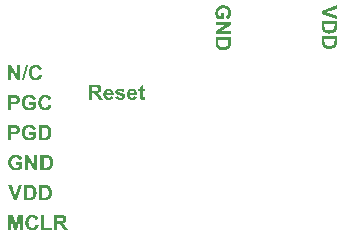
<source format=gto>
G04*
G04 #@! TF.GenerationSoftware,Altium Limited,CircuitStudio,1.5.2 (30)*
G04*
G04 Layer_Color=15065295*
%FSLAX25Y25*%
%MOIN*%
G70*
G01*
G75*
G36*
X419127Y422604D02*
X419159D01*
X419192Y422600D01*
X419232Y422597D01*
X419271Y422594D01*
X419363Y422587D01*
X419464Y422574D01*
X419573Y422558D01*
X419688Y422538D01*
X419809Y422512D01*
X419930Y422479D01*
X420052Y422440D01*
X420173Y422397D01*
X420291Y422344D01*
X420399Y422282D01*
X420504Y422213D01*
X420511Y422210D01*
X420527Y422194D01*
X420553Y422174D01*
X420589Y422141D01*
X420632Y422102D01*
X420678Y422053D01*
X420731Y421994D01*
X420786Y421931D01*
X420845Y421856D01*
X420901Y421774D01*
X420960Y421685D01*
X421013Y421587D01*
X421065Y421482D01*
X421111Y421370D01*
X421150Y421252D01*
X421183Y421124D01*
X420173Y420937D01*
Y420941D01*
X420166Y420954D01*
X420160Y420973D01*
X420150Y421000D01*
X420140Y421029D01*
X420124Y421065D01*
X420104Y421105D01*
X420081Y421151D01*
X420055Y421197D01*
X420029Y421243D01*
X419993Y421292D01*
X419956Y421341D01*
X419917Y421387D01*
X419871Y421436D01*
X419822Y421479D01*
X419769Y421521D01*
X419766Y421524D01*
X419756Y421531D01*
X419740Y421541D01*
X419717Y421554D01*
X419688Y421570D01*
X419655Y421590D01*
X419615Y421610D01*
X419569Y421629D01*
X419517Y421649D01*
X419461Y421669D01*
X419402Y421689D01*
X419337Y421705D01*
X419268Y421718D01*
X419196Y421728D01*
X419120Y421735D01*
X419038Y421738D01*
X419009D01*
X418972Y421735D01*
X418927Y421731D01*
X418871Y421725D01*
X418805Y421715D01*
X418733Y421702D01*
X418654Y421685D01*
X418572Y421662D01*
X418484Y421636D01*
X418395Y421600D01*
X418307Y421561D01*
X418218Y421511D01*
X418133Y421456D01*
X418051Y421390D01*
X417975Y421315D01*
X417972Y421311D01*
X417959Y421295D01*
X417939Y421269D01*
X417913Y421236D01*
X417883Y421190D01*
X417851Y421138D01*
X417815Y421072D01*
X417779Y421000D01*
X417742Y420915D01*
X417706Y420823D01*
X417674Y420718D01*
X417644Y420606D01*
X417618Y420485D01*
X417598Y420350D01*
X417585Y420209D01*
X417582Y420058D01*
Y420055D01*
Y420049D01*
Y420035D01*
Y420019D01*
Y419999D01*
X417585Y419973D01*
Y419944D01*
X417588Y419911D01*
X417592Y419875D01*
X417595Y419835D01*
X417601Y419750D01*
X417615Y419655D01*
X417631Y419553D01*
X417654Y419445D01*
X417680Y419334D01*
X417713Y419222D01*
X417752Y419110D01*
X417795Y419002D01*
X417851Y418897D01*
X417913Y418799D01*
X417982Y418710D01*
X417985Y418707D01*
X418002Y418691D01*
X418025Y418668D01*
X418054Y418641D01*
X418093Y418605D01*
X418143Y418569D01*
X418198Y418530D01*
X418264Y418487D01*
X418333Y418445D01*
X418415Y418405D01*
X418500Y418369D01*
X418592Y418333D01*
X418690Y418307D01*
X418799Y418284D01*
X418910Y418271D01*
X419028Y418264D01*
X419061D01*
X419084Y418267D01*
X419113D01*
X419146Y418271D01*
X419186Y418274D01*
X419228Y418281D01*
X419274Y418287D01*
X419323Y418294D01*
X419432Y418317D01*
X419550Y418346D01*
X419668Y418389D01*
X419671D01*
X419681Y418395D01*
X419701Y418402D01*
X419720Y418412D01*
X419750Y418425D01*
X419783Y418438D01*
X419819Y418455D01*
X419858Y418474D01*
X419943Y418517D01*
X420039Y418569D01*
X420130Y418628D01*
X420222Y418694D01*
Y419334D01*
X419055D01*
Y420183D01*
X421249D01*
Y418172D01*
X421245Y418169D01*
X421236Y418159D01*
X421216Y418143D01*
X421190Y418120D01*
X421157Y418094D01*
X421118Y418061D01*
X421068Y418028D01*
X421013Y417989D01*
X420950Y417946D01*
X420881Y417903D01*
X420806Y417858D01*
X420724Y417812D01*
X420632Y417766D01*
X420537Y417720D01*
X420432Y417674D01*
X420321Y417628D01*
X420317D01*
X420314Y417625D01*
X420304Y417621D01*
X420294Y417618D01*
X420261Y417605D01*
X420216Y417592D01*
X420160Y417575D01*
X420097Y417556D01*
X420022Y417533D01*
X419940Y417513D01*
X419851Y417490D01*
X419753Y417467D01*
X419655Y417448D01*
X419547Y417431D01*
X419438Y417418D01*
X419323Y417405D01*
X419209Y417398D01*
X419094Y417395D01*
X419038D01*
X419018Y417398D01*
X418989D01*
X418959Y417402D01*
X418890Y417405D01*
X418812Y417411D01*
X418723Y417421D01*
X418625Y417438D01*
X418520Y417454D01*
X418408Y417477D01*
X418294Y417503D01*
X418175Y417536D01*
X418057Y417572D01*
X417943Y417618D01*
X417825Y417667D01*
X417713Y417726D01*
X417706Y417730D01*
X417687Y417743D01*
X417657Y417762D01*
X417618Y417789D01*
X417569Y417821D01*
X417513Y417864D01*
X417451Y417913D01*
X417382Y417969D01*
X417313Y418031D01*
X417237Y418104D01*
X417165Y418182D01*
X417093Y418267D01*
X417021Y418359D01*
X416952Y418458D01*
X416886Y418563D01*
X416827Y418674D01*
Y418678D01*
X416824Y418681D01*
X416821Y418691D01*
X416814Y418704D01*
X416801Y418737D01*
X416781Y418783D01*
X416758Y418838D01*
X416736Y418907D01*
X416706Y418986D01*
X416680Y419074D01*
X416653Y419170D01*
X416627Y419275D01*
X416601Y419386D01*
X416578Y419501D01*
X416558Y419625D01*
X416545Y419753D01*
X416535Y419885D01*
X416532Y420019D01*
Y420022D01*
Y420029D01*
Y420039D01*
Y420055D01*
Y420072D01*
X416535Y420094D01*
Y420121D01*
X416539Y420150D01*
X416542Y420219D01*
X416549Y420301D01*
X416558Y420390D01*
X416575Y420488D01*
X416591Y420596D01*
X416614Y420708D01*
X416640Y420823D01*
X416673Y420941D01*
X416709Y421062D01*
X416755Y421180D01*
X416804Y421302D01*
X416863Y421416D01*
Y421420D01*
X416867Y421423D01*
X416880Y421443D01*
X416899Y421475D01*
X416926Y421518D01*
X416959Y421567D01*
X417001Y421626D01*
X417050Y421692D01*
X417109Y421764D01*
X417172Y421839D01*
X417244Y421915D01*
X417326Y421994D01*
X417411Y422072D01*
X417506Y422148D01*
X417608Y422223D01*
X417716Y422292D01*
X417831Y422358D01*
X417838Y422361D01*
X417854Y422367D01*
X417880Y422381D01*
X417920Y422397D01*
X417966Y422417D01*
X418021Y422436D01*
X418090Y422459D01*
X418166Y422482D01*
X418248Y422505D01*
X418339Y422528D01*
X418438Y422548D01*
X418546Y422568D01*
X418658Y422584D01*
X418779Y422597D01*
X418907Y422604D01*
X419038Y422607D01*
X419100D01*
X419127Y422604D01*
D02*
G37*
G36*
X423765Y412518D02*
X423824D01*
X423892Y412515D01*
X423965Y412509D01*
X424040Y412505D01*
X424119Y412499D01*
X424279Y412482D01*
X424355Y412469D01*
X424430Y412459D01*
X424503Y412443D01*
X424568Y412427D01*
X424575D01*
X424588Y412420D01*
X424611Y412413D01*
X424644Y412400D01*
X424680Y412387D01*
X424726Y412367D01*
X424775Y412345D01*
X424831Y412318D01*
X424886Y412289D01*
X424949Y412256D01*
X425011Y412217D01*
X425073Y412174D01*
X425139Y412128D01*
X425205Y412076D01*
X425267Y412020D01*
X425326Y411961D01*
X425329Y411958D01*
X425339Y411944D01*
X425355Y411928D01*
X425378Y411902D01*
X425405Y411869D01*
X425434Y411830D01*
X425470Y411784D01*
X425506Y411734D01*
X425542Y411675D01*
X425585Y411613D01*
X425624Y411548D01*
X425664Y411475D01*
X425703Y411400D01*
X425739Y411318D01*
X425775Y411233D01*
X425808Y411144D01*
X425811Y411137D01*
X425815Y411121D01*
X425824Y411095D01*
X425834Y411059D01*
X425847Y411010D01*
X425861Y410954D01*
X425877Y410888D01*
X425893Y410816D01*
X425906Y410731D01*
X425923Y410642D01*
X425936Y410544D01*
X425949Y410439D01*
X425959Y410327D01*
X425969Y410209D01*
X425972Y410085D01*
X425975Y409953D01*
Y409950D01*
Y409947D01*
Y409937D01*
Y409927D01*
Y409894D01*
X425972Y409848D01*
Y409796D01*
X425969Y409734D01*
X425962Y409661D01*
X425956Y409586D01*
X425949Y409504D01*
X425939Y409415D01*
X425910Y409238D01*
X425874Y409055D01*
X425847Y408963D01*
X425821Y408878D01*
X425818Y408871D01*
X425811Y408855D01*
X425801Y408825D01*
X425785Y408786D01*
X425765Y408740D01*
X425742Y408687D01*
X425713Y408625D01*
X425683Y408563D01*
X425647Y408491D01*
X425605Y408418D01*
X425562Y408346D01*
X425513Y408271D01*
X425460Y408199D01*
X425405Y408126D01*
X425346Y408054D01*
X425280Y407989D01*
X425277Y407985D01*
X425267Y407979D01*
X425254Y407963D01*
X425231Y407946D01*
X425205Y407923D01*
X425172Y407900D01*
X425136Y407871D01*
X425090Y407841D01*
X425044Y407808D01*
X424988Y407775D01*
X424929Y407743D01*
X424867Y407710D01*
X424798Y407677D01*
X424726Y407644D01*
X424647Y407615D01*
X424565Y407585D01*
X424562D01*
X424548Y407582D01*
X424529Y407575D01*
X424503Y407569D01*
X424470Y407562D01*
X424427Y407552D01*
X424381Y407543D01*
X424325Y407533D01*
X424263Y407523D01*
X424197Y407513D01*
X424122Y407503D01*
X424043Y407497D01*
X423955Y407490D01*
X423863Y407484D01*
X423765Y407480D01*
X421747D01*
Y412522D01*
X423712D01*
X423765Y412518D01*
D02*
G37*
G36*
X429291Y422518D02*
X429350D01*
X429419Y422515D01*
X429491Y422509D01*
X429567Y422505D01*
X429646Y422499D01*
X429806Y422482D01*
X429882Y422469D01*
X429957Y422459D01*
X430029Y422443D01*
X430095Y422427D01*
X430101D01*
X430115Y422420D01*
X430138Y422413D01*
X430170Y422400D01*
X430206Y422387D01*
X430252Y422367D01*
X430302Y422344D01*
X430357Y422318D01*
X430413Y422289D01*
X430475Y422256D01*
X430538Y422217D01*
X430600Y422174D01*
X430666Y422128D01*
X430731Y422076D01*
X430794Y422020D01*
X430853Y421961D01*
X430856Y421957D01*
X430866Y421944D01*
X430882Y421928D01*
X430905Y421902D01*
X430931Y421869D01*
X430961Y421830D01*
X430997Y421784D01*
X431033Y421735D01*
X431069Y421675D01*
X431112Y421613D01*
X431151Y421548D01*
X431190Y421475D01*
X431230Y421400D01*
X431266Y421318D01*
X431302Y421233D01*
X431335Y421144D01*
X431338Y421138D01*
X431341Y421121D01*
X431351Y421095D01*
X431361Y421059D01*
X431374Y421010D01*
X431387Y420954D01*
X431404Y420888D01*
X431420Y420816D01*
X431433Y420731D01*
X431450Y420642D01*
X431463Y420544D01*
X431476Y420439D01*
X431486Y420327D01*
X431496Y420209D01*
X431499Y420085D01*
X431502Y419953D01*
Y419950D01*
Y419947D01*
Y419937D01*
Y419927D01*
Y419894D01*
X431499Y419848D01*
Y419796D01*
X431496Y419734D01*
X431489Y419662D01*
X431482Y419586D01*
X431476Y419504D01*
X431466Y419416D01*
X431436Y419238D01*
X431400Y419055D01*
X431374Y418963D01*
X431348Y418878D01*
X431345Y418871D01*
X431338Y418855D01*
X431328Y418825D01*
X431312Y418786D01*
X431292Y418740D01*
X431269Y418687D01*
X431240Y418625D01*
X431210Y418563D01*
X431174Y418491D01*
X431131Y418418D01*
X431089Y418346D01*
X431040Y418271D01*
X430987Y418199D01*
X430931Y418126D01*
X430872Y418054D01*
X430807Y417989D01*
X430803Y417985D01*
X430794Y417979D01*
X430781Y417963D01*
X430758Y417946D01*
X430731Y417923D01*
X430698Y417900D01*
X430662Y417871D01*
X430617Y417841D01*
X430571Y417808D01*
X430515Y417775D01*
X430456Y417743D01*
X430393Y417710D01*
X430325Y417677D01*
X430252Y417644D01*
X430174Y417615D01*
X430092Y417585D01*
X430088D01*
X430075Y417582D01*
X430056Y417575D01*
X430029Y417569D01*
X429997Y417562D01*
X429954Y417553D01*
X429908Y417543D01*
X429852Y417533D01*
X429790Y417523D01*
X429724Y417513D01*
X429649Y417503D01*
X429570Y417497D01*
X429482Y417490D01*
X429390Y417484D01*
X429291Y417480D01*
X427274D01*
Y422522D01*
X429239D01*
X429291Y422518D01*
D02*
G37*
G36*
X426202Y417480D02*
X425178D01*
X423145Y420767D01*
Y417480D01*
X422200D01*
Y422522D01*
X423191D01*
X425254Y419153D01*
Y422522D01*
X426202D01*
Y417480D01*
D02*
G37*
G36*
X428852Y412518D02*
X428911D01*
X428980Y412515D01*
X429052Y412509D01*
X429127Y412505D01*
X429206Y412499D01*
X429367Y412482D01*
X429442Y412469D01*
X429518Y412459D01*
X429590Y412443D01*
X429655Y412427D01*
X429662D01*
X429675Y412420D01*
X429698Y412413D01*
X429731Y412400D01*
X429767Y412387D01*
X429813Y412367D01*
X429862Y412345D01*
X429918Y412318D01*
X429974Y412289D01*
X430036Y412256D01*
X430098Y412217D01*
X430161Y412174D01*
X430226Y412128D01*
X430292Y412076D01*
X430354Y412020D01*
X430413Y411961D01*
X430416Y411958D01*
X430426Y411944D01*
X430443Y411928D01*
X430466Y411902D01*
X430492Y411869D01*
X430521Y411830D01*
X430557Y411784D01*
X430593Y411734D01*
X430630Y411675D01*
X430672Y411613D01*
X430712Y411548D01*
X430751Y411475D01*
X430790Y411400D01*
X430826Y411318D01*
X430863Y411233D01*
X430895Y411144D01*
X430899Y411137D01*
X430902Y411121D01*
X430912Y411095D01*
X430922Y411059D01*
X430935Y411010D01*
X430948Y410954D01*
X430964Y410888D01*
X430981Y410816D01*
X430994Y410731D01*
X431010Y410642D01*
X431023Y410544D01*
X431036Y410439D01*
X431046Y410327D01*
X431056Y410209D01*
X431059Y410085D01*
X431063Y409953D01*
Y409950D01*
Y409947D01*
Y409937D01*
Y409927D01*
Y409894D01*
X431059Y409848D01*
Y409796D01*
X431056Y409734D01*
X431049Y409661D01*
X431043Y409586D01*
X431036Y409504D01*
X431027Y409415D01*
X430997Y409238D01*
X430961Y409055D01*
X430935Y408963D01*
X430908Y408878D01*
X430905Y408871D01*
X430899Y408855D01*
X430889Y408825D01*
X430872Y408786D01*
X430853Y408740D01*
X430830Y408687D01*
X430800Y408625D01*
X430771Y408563D01*
X430735Y408491D01*
X430692Y408418D01*
X430649Y408346D01*
X430600Y408271D01*
X430548Y408199D01*
X430492Y408126D01*
X430433Y408054D01*
X430367Y407989D01*
X430364Y407985D01*
X430354Y407979D01*
X430341Y407963D01*
X430318Y407946D01*
X430292Y407923D01*
X430259Y407900D01*
X430223Y407871D01*
X430177Y407841D01*
X430131Y407808D01*
X430075Y407775D01*
X430016Y407743D01*
X429954Y407710D01*
X429885Y407677D01*
X429813Y407644D01*
X429734Y407615D01*
X429652Y407585D01*
X429649D01*
X429636Y407582D01*
X429616Y407575D01*
X429590Y407569D01*
X429557Y407562D01*
X429514Y407552D01*
X429468Y407543D01*
X429413Y407533D01*
X429350Y407523D01*
X429285Y407513D01*
X429209Y407503D01*
X429131Y407497D01*
X429042Y407490D01*
X428950Y407484D01*
X428852Y407480D01*
X426835D01*
Y412522D01*
X428799D01*
X428852Y412518D01*
D02*
G37*
G36*
X434083Y402518D02*
X434152D01*
X434228Y402515D01*
X434313Y402512D01*
X434402Y402505D01*
X434497Y402499D01*
X434595Y402489D01*
X434789Y402463D01*
X434884Y402450D01*
X434972Y402430D01*
X435054Y402407D01*
X435126Y402384D01*
X435130D01*
X435143Y402377D01*
X435163Y402371D01*
X435189Y402358D01*
X435218Y402341D01*
X435254Y402322D01*
X435294Y402299D01*
X435336Y402272D01*
X435382Y402243D01*
X435431Y402207D01*
X435481Y402167D01*
X435530Y402125D01*
X435579Y402076D01*
X435625Y402023D01*
X435671Y401964D01*
X435714Y401902D01*
X435717Y401898D01*
X435723Y401885D01*
X435733Y401866D01*
X435750Y401839D01*
X435766Y401807D01*
X435782Y401767D01*
X435802Y401725D01*
X435825Y401672D01*
X435845Y401616D01*
X435864Y401554D01*
X435881Y401488D01*
X435901Y401420D01*
X435914Y401347D01*
X435923Y401269D01*
X435930Y401190D01*
X435933Y401108D01*
Y401101D01*
Y401082D01*
X435930Y401052D01*
X435927Y401013D01*
X435923Y400964D01*
X435917Y400908D01*
X435904Y400846D01*
X435891Y400777D01*
X435874Y400705D01*
X435851Y400629D01*
X435825Y400550D01*
X435792Y400472D01*
X435753Y400393D01*
X435710Y400317D01*
X435658Y400242D01*
X435599Y400170D01*
X435596Y400167D01*
X435582Y400153D01*
X435563Y400134D01*
X435536Y400111D01*
X435500Y400081D01*
X435458Y400048D01*
X435409Y400012D01*
X435350Y399973D01*
X435284Y399934D01*
X435209Y399894D01*
X435126Y399855D01*
X435038Y399816D01*
X434939Y399783D01*
X434835Y399750D01*
X434723Y399724D01*
X434602Y399704D01*
X434605Y399701D01*
X434615Y399694D01*
X434634Y399685D01*
X434657Y399671D01*
X434684Y399652D01*
X434717Y399632D01*
X434756Y399606D01*
X434795Y399580D01*
X434880Y399517D01*
X434972Y399445D01*
X435061Y399366D01*
X435146Y399281D01*
X435149Y399278D01*
X435156Y399271D01*
X435169Y399255D01*
X435185Y399235D01*
X435209Y399209D01*
X435235Y399176D01*
X435264Y399137D01*
X435300Y399094D01*
X435340Y399038D01*
X435382Y398979D01*
X435431Y398914D01*
X435484Y398838D01*
X435536Y398756D01*
X435599Y398664D01*
X435661Y398569D01*
X435727Y398461D01*
X436343Y397480D01*
X435126D01*
X434388Y398576D01*
Y398579D01*
X434385Y398582D01*
X434372Y398602D01*
X434352Y398632D01*
X434326Y398671D01*
X434293Y398717D01*
X434257Y398769D01*
X434218Y398828D01*
X434175Y398887D01*
X434087Y399015D01*
X434041Y399078D01*
X433998Y399137D01*
X433955Y399193D01*
X433919Y399242D01*
X433883Y399284D01*
X433854Y399317D01*
Y399320D01*
X433847Y399324D01*
X433828Y399343D01*
X433798Y399370D01*
X433762Y399402D01*
X433716Y399435D01*
X433664Y399471D01*
X433605Y399501D01*
X433545Y399527D01*
X433542D01*
X433539Y399530D01*
X433529Y399534D01*
X433516Y399537D01*
X433496Y399540D01*
X433477Y399543D01*
X433450Y399550D01*
X433421Y399557D01*
X433388Y399560D01*
X433349Y399566D01*
X433309Y399570D01*
X433263Y399573D01*
X433211Y399576D01*
X433155Y399580D01*
X433096Y399583D01*
X432827D01*
Y397480D01*
X431810D01*
Y402522D01*
X434054D01*
X434083Y402518D01*
D02*
G37*
G36*
X421406Y397480D02*
X420458D01*
Y401449D01*
X419458Y397480D01*
X418477D01*
X417480Y401449D01*
Y397480D01*
X416535D01*
Y402522D01*
X418057D01*
X418972Y399081D01*
X419878Y402522D01*
X421406D01*
Y397480D01*
D02*
G37*
G36*
X419422Y407480D02*
X418336D01*
X416535Y412522D01*
X417637D01*
X418913Y408789D01*
X420150Y412522D01*
X421229D01*
X419422Y407480D01*
D02*
G37*
G36*
X428550Y398330D02*
X431082D01*
Y397480D01*
X427530D01*
Y402482D01*
X428550D01*
Y398330D01*
D02*
G37*
G36*
X425815Y452604D02*
X425841D01*
X425870Y452600D01*
X425906Y452597D01*
X425943Y452594D01*
X425985Y452591D01*
X426077Y452577D01*
X426175Y452561D01*
X426287Y452538D01*
X426405Y452509D01*
X426526Y452476D01*
X426651Y452430D01*
X426776Y452377D01*
X426900Y452315D01*
X427025Y452243D01*
X427143Y452158D01*
X427254Y452063D01*
X427258Y452059D01*
X427271Y452046D01*
X427287Y452030D01*
X427310Y452003D01*
X427340Y451967D01*
X427373Y451928D01*
X427409Y451879D01*
X427448Y451823D01*
X427491Y451761D01*
X427533Y451692D01*
X427576Y451616D01*
X427619Y451531D01*
X427658Y451443D01*
X427697Y451344D01*
X427737Y451242D01*
X427769Y451131D01*
X426762Y450891D01*
Y450895D01*
X426759Y450908D01*
X426753Y450931D01*
X426743Y450957D01*
X426733Y450990D01*
X426720Y451029D01*
X426703Y451072D01*
X426684Y451118D01*
X426661Y451167D01*
X426631Y451216D01*
X426602Y451269D01*
X426569Y451318D01*
X426530Y451370D01*
X426487Y451420D01*
X426441Y451469D01*
X426389Y451511D01*
X426385Y451515D01*
X426375Y451521D01*
X426359Y451531D01*
X426339Y451547D01*
X426310Y451564D01*
X426277Y451584D01*
X426241Y451603D01*
X426198Y451626D01*
X426149Y451646D01*
X426097Y451666D01*
X426041Y451685D01*
X425979Y451702D01*
X425913Y451718D01*
X425847Y451728D01*
X425775Y451734D01*
X425700Y451738D01*
X425673D01*
X425647Y451734D01*
X425608Y451731D01*
X425559Y451725D01*
X425503Y451718D01*
X425444Y451705D01*
X425375Y451689D01*
X425306Y451666D01*
X425231Y451639D01*
X425155Y451607D01*
X425080Y451567D01*
X425001Y451521D01*
X424929Y451469D01*
X424857Y451406D01*
X424788Y451334D01*
X424785Y451331D01*
X424771Y451315D01*
X424755Y451292D01*
X424732Y451259D01*
X424706Y451213D01*
X424676Y451160D01*
X424647Y451095D01*
X424614Y451023D01*
X424581Y450937D01*
X424552Y450839D01*
X424522Y450734D01*
X424496Y450616D01*
X424473Y450488D01*
X424457Y450347D01*
X424443Y450196D01*
X424440Y450032D01*
Y450029D01*
Y450022D01*
Y450009D01*
Y449990D01*
Y449967D01*
X424443Y449940D01*
Y449911D01*
X424447Y449875D01*
Y449839D01*
X424450Y449799D01*
X424460Y449707D01*
X424470Y449609D01*
X424483Y449504D01*
X424503Y449393D01*
X424525Y449278D01*
X424552Y449163D01*
X424585Y449051D01*
X424624Y448943D01*
X424670Y448845D01*
X424726Y448750D01*
X424785Y448668D01*
X424788Y448664D01*
X424801Y448651D01*
X424821Y448632D01*
X424847Y448605D01*
X424883Y448576D01*
X424922Y448540D01*
X424972Y448504D01*
X425027Y448468D01*
X425086Y448428D01*
X425155Y448392D01*
X425227Y448359D01*
X425309Y448327D01*
X425391Y448300D01*
X425483Y448281D01*
X425578Y448268D01*
X425680Y448264D01*
X425697D01*
X425719Y448268D01*
X425749D01*
X425782Y448271D01*
X425824Y448277D01*
X425870Y448287D01*
X425919Y448297D01*
X425972Y448310D01*
X426028Y448327D01*
X426084Y448346D01*
X426143Y448373D01*
X426202Y448402D01*
X426261Y448435D01*
X426320Y448474D01*
X426375Y448520D01*
X426379Y448523D01*
X426389Y448533D01*
X426405Y448546D01*
X426425Y448569D01*
X426448Y448599D01*
X426477Y448632D01*
X426507Y448671D01*
X426539Y448720D01*
X426572Y448773D01*
X426608Y448832D01*
X426644Y448901D01*
X426677Y448973D01*
X426713Y449051D01*
X426743Y449140D01*
X426772Y449232D01*
X426799Y449333D01*
X427786Y449019D01*
Y449015D01*
X427783Y449009D01*
X427779Y448999D01*
X427776Y448982D01*
X427769Y448963D01*
X427763Y448940D01*
X427753Y448914D01*
X427743Y448884D01*
X427717Y448815D01*
X427684Y448736D01*
X427648Y448651D01*
X427605Y448556D01*
X427556Y448458D01*
X427500Y448359D01*
X427438Y448258D01*
X427369Y448156D01*
X427294Y448058D01*
X427212Y447963D01*
X427123Y447874D01*
X427028Y447795D01*
X427022Y447792D01*
X427005Y447779D01*
X426976Y447759D01*
X426933Y447733D01*
X426881Y447703D01*
X426818Y447667D01*
X426746Y447631D01*
X426664Y447595D01*
X426572Y447559D01*
X426471Y447523D01*
X426359Y447487D01*
X426241Y447457D01*
X426113Y447431D01*
X425979Y447411D01*
X425838Y447398D01*
X425690Y447395D01*
X425644D01*
X425621Y447398D01*
X425592D01*
X425559Y447402D01*
X425523Y447405D01*
X425483Y447411D01*
X425437Y447415D01*
X425388Y447425D01*
X425339Y447431D01*
X425227Y447454D01*
X425106Y447480D01*
X424978Y447516D01*
X424847Y447562D01*
X424709Y447618D01*
X424568Y447684D01*
X424430Y447762D01*
X424362Y447808D01*
X424296Y447854D01*
X424227Y447907D01*
X424161Y447959D01*
X424099Y448018D01*
X424037Y448081D01*
X424033Y448084D01*
X424030Y448087D01*
X424020Y448097D01*
X424011Y448113D01*
X423994Y448130D01*
X423978Y448153D01*
X423958Y448176D01*
X423935Y448205D01*
X423912Y448238D01*
X423886Y448277D01*
X423860Y448317D01*
X423833Y448359D01*
X423804Y448409D01*
X423774Y448458D01*
X423745Y448514D01*
X423715Y448572D01*
X423683Y448635D01*
X423653Y448701D01*
X423624Y448769D01*
X423594Y448841D01*
X423568Y448917D01*
X423541Y448996D01*
X423515Y449078D01*
X423492Y449163D01*
X423450Y449340D01*
X423417Y449534D01*
X423407Y449635D01*
X423397Y449740D01*
X423394Y449845D01*
X423391Y449957D01*
Y449960D01*
Y449970D01*
Y449990D01*
Y450012D01*
X423394Y450042D01*
Y450078D01*
X423397Y450117D01*
X423400Y450163D01*
X423404Y450216D01*
X423410Y450272D01*
X423417Y450331D01*
X423423Y450393D01*
X423433Y450459D01*
X423446Y450527D01*
X423473Y450675D01*
X423505Y450829D01*
X423548Y450987D01*
X423601Y451151D01*
X423666Y451311D01*
X423738Y451472D01*
X423781Y451551D01*
X423827Y451629D01*
X423873Y451702D01*
X423925Y451774D01*
X423981Y451846D01*
X424040Y451912D01*
X424043Y451915D01*
X424047Y451918D01*
X424056Y451928D01*
X424070Y451941D01*
X424086Y451958D01*
X424109Y451977D01*
X424132Y451997D01*
X424158Y452020D01*
X424191Y452046D01*
X424224Y452072D01*
X424263Y452102D01*
X424302Y452131D01*
X424348Y452164D01*
X424394Y452194D01*
X424499Y452259D01*
X424617Y452325D01*
X424745Y452387D01*
X424886Y452446D01*
X425037Y452499D01*
X425201Y452541D01*
X425375Y452577D01*
X425467Y452591D01*
X425559Y452600D01*
X425654Y452604D01*
X425752Y452607D01*
X425792D01*
X425815Y452604D01*
D02*
G37*
G36*
X418392Y442518D02*
X418477D01*
X418569Y442515D01*
X418667Y442512D01*
X418769Y442509D01*
X418871Y442502D01*
X418972Y442499D01*
X419071Y442489D01*
X419163Y442482D01*
X419245Y442473D01*
X419320Y442459D01*
X419350Y442453D01*
X419379Y442446D01*
X419386D01*
X419399Y442440D01*
X419422Y442433D01*
X419451Y442423D01*
X419487Y442407D01*
X419530Y442390D01*
X419579Y442368D01*
X419632Y442341D01*
X419688Y442312D01*
X419747Y442276D01*
X419806Y442233D01*
X419868Y442190D01*
X419930Y442138D01*
X419989Y442082D01*
X420048Y442020D01*
X420104Y441951D01*
X420107Y441948D01*
X420117Y441935D01*
X420130Y441912D01*
X420150Y441882D01*
X420173Y441846D01*
X420199Y441800D01*
X420225Y441748D01*
X420252Y441689D01*
X420278Y441620D01*
X420307Y441544D01*
X420330Y441466D01*
X420353Y441377D01*
X420373Y441285D01*
X420386Y441187D01*
X420396Y441082D01*
X420399Y440970D01*
Y440964D01*
Y440951D01*
Y440924D01*
X420396Y440892D01*
X420393Y440852D01*
X420389Y440806D01*
X420386Y440754D01*
X420380Y440698D01*
X420370Y440639D01*
X420357Y440573D01*
X420327Y440442D01*
X420307Y440377D01*
X420285Y440311D01*
X420258Y440249D01*
X420229Y440186D01*
X420225Y440183D01*
X420222Y440173D01*
X420212Y440157D01*
X420199Y440134D01*
X420183Y440108D01*
X420163Y440078D01*
X420140Y440042D01*
X420114Y440006D01*
X420052Y439927D01*
X419976Y439845D01*
X419894Y439763D01*
X419799Y439691D01*
X419796Y439688D01*
X419786Y439684D01*
X419773Y439675D01*
X419753Y439662D01*
X419730Y439648D01*
X419704Y439632D01*
X419671Y439612D01*
X419635Y439593D01*
X419556Y439553D01*
X419468Y439514D01*
X419373Y439481D01*
X419274Y439455D01*
X419271D01*
X419258Y439452D01*
X419235Y439448D01*
X419205Y439445D01*
X419169Y439438D01*
X419123Y439432D01*
X419068Y439425D01*
X419005Y439419D01*
X418933Y439412D01*
X418854Y439406D01*
X418769Y439399D01*
X418674Y439393D01*
X418572Y439389D01*
X418461Y439386D01*
X418343Y439383D01*
X417552D01*
Y437480D01*
X416535D01*
Y442522D01*
X418320D01*
X418392Y442518D01*
D02*
G37*
G36*
X421800Y447395D02*
X421091D01*
X422338Y452607D01*
X423063D01*
X421800Y447395D01*
D02*
G37*
G36*
X420537Y447480D02*
X419514D01*
X417480Y450767D01*
Y447480D01*
X416535D01*
Y452522D01*
X417526D01*
X419589Y449153D01*
Y452522D01*
X420537D01*
Y447480D01*
D02*
G37*
G36*
X428960Y442604D02*
X428986D01*
X429016Y442600D01*
X429052Y442597D01*
X429088Y442594D01*
X429131Y442591D01*
X429222Y442577D01*
X429321Y442561D01*
X429432Y442538D01*
X429551Y442509D01*
X429672Y442476D01*
X429797Y442430D01*
X429921Y442377D01*
X430046Y442315D01*
X430170Y442243D01*
X430289Y442158D01*
X430400Y442063D01*
X430403Y442059D01*
X430416Y442046D01*
X430433Y442030D01*
X430456Y442003D01*
X430485Y441967D01*
X430518Y441928D01*
X430554Y441879D01*
X430593Y441823D01*
X430636Y441761D01*
X430679Y441692D01*
X430721Y441616D01*
X430764Y441531D01*
X430803Y441443D01*
X430843Y441344D01*
X430882Y441243D01*
X430915Y441131D01*
X429908Y440892D01*
Y440895D01*
X429905Y440908D01*
X429898Y440931D01*
X429888Y440957D01*
X429879Y440990D01*
X429865Y441029D01*
X429849Y441072D01*
X429829Y441118D01*
X429806Y441167D01*
X429777Y441216D01*
X429747Y441269D01*
X429714Y441318D01*
X429675Y441370D01*
X429633Y441420D01*
X429587Y441469D01*
X429534Y441511D01*
X429531Y441515D01*
X429521Y441521D01*
X429505Y441531D01*
X429485Y441547D01*
X429455Y441564D01*
X429423Y441584D01*
X429387Y441603D01*
X429344Y441626D01*
X429295Y441646D01*
X429242Y441666D01*
X429186Y441685D01*
X429124Y441702D01*
X429059Y441718D01*
X428993Y441728D01*
X428921Y441735D01*
X428845Y441738D01*
X428819D01*
X428793Y441735D01*
X428753Y441731D01*
X428704Y441725D01*
X428649Y441718D01*
X428589Y441705D01*
X428521Y441689D01*
X428452Y441666D01*
X428376Y441639D01*
X428301Y441607D01*
X428225Y441567D01*
X428147Y441521D01*
X428075Y441469D01*
X428002Y441406D01*
X427933Y441334D01*
X427930Y441331D01*
X427917Y441315D01*
X427901Y441292D01*
X427878Y441259D01*
X427851Y441213D01*
X427822Y441160D01*
X427792Y441095D01*
X427760Y441023D01*
X427727Y440937D01*
X427697Y440839D01*
X427668Y440734D01*
X427641Y440616D01*
X427619Y440488D01*
X427602Y440347D01*
X427589Y440196D01*
X427586Y440032D01*
Y440029D01*
Y440022D01*
Y440009D01*
Y439990D01*
Y439967D01*
X427589Y439940D01*
Y439911D01*
X427592Y439875D01*
Y439839D01*
X427596Y439799D01*
X427605Y439707D01*
X427615Y439609D01*
X427628Y439504D01*
X427648Y439393D01*
X427671Y439278D01*
X427697Y439163D01*
X427730Y439051D01*
X427769Y438943D01*
X427815Y438845D01*
X427871Y438750D01*
X427930Y438668D01*
X427933Y438664D01*
X427947Y438651D01*
X427966Y438632D01*
X427992Y438605D01*
X428029Y438576D01*
X428068Y438540D01*
X428117Y438504D01*
X428173Y438468D01*
X428232Y438428D01*
X428301Y438392D01*
X428373Y438359D01*
X428455Y438327D01*
X428537Y438300D01*
X428629Y438281D01*
X428724Y438268D01*
X428826Y438264D01*
X428842D01*
X428865Y438268D01*
X428895D01*
X428927Y438271D01*
X428970Y438277D01*
X429016Y438287D01*
X429065Y438297D01*
X429117Y438310D01*
X429173Y438327D01*
X429229Y438346D01*
X429288Y438373D01*
X429347Y438402D01*
X429406Y438435D01*
X429465Y438474D01*
X429521Y438520D01*
X429524Y438523D01*
X429534Y438533D01*
X429551Y438546D01*
X429570Y438569D01*
X429593Y438599D01*
X429623Y438632D01*
X429652Y438671D01*
X429685Y438720D01*
X429718Y438773D01*
X429754Y438832D01*
X429790Y438901D01*
X429823Y438973D01*
X429859Y439051D01*
X429888Y439140D01*
X429918Y439232D01*
X429944Y439333D01*
X430931Y439019D01*
Y439015D01*
X430928Y439009D01*
X430925Y438999D01*
X430922Y438982D01*
X430915Y438963D01*
X430908Y438940D01*
X430899Y438914D01*
X430889Y438884D01*
X430863Y438815D01*
X430830Y438736D01*
X430794Y438651D01*
X430751Y438556D01*
X430702Y438458D01*
X430646Y438359D01*
X430584Y438258D01*
X430515Y438156D01*
X430439Y438058D01*
X430357Y437962D01*
X430269Y437874D01*
X430174Y437795D01*
X430167Y437792D01*
X430151Y437779D01*
X430121Y437759D01*
X430079Y437733D01*
X430026Y437703D01*
X429964Y437667D01*
X429892Y437631D01*
X429810Y437595D01*
X429718Y437559D01*
X429616Y437523D01*
X429505Y437487D01*
X429387Y437457D01*
X429259Y437431D01*
X429124Y437411D01*
X428983Y437398D01*
X428835Y437395D01*
X428790D01*
X428767Y437398D01*
X428737D01*
X428704Y437402D01*
X428668Y437405D01*
X428629Y437411D01*
X428583Y437415D01*
X428534Y437425D01*
X428484Y437431D01*
X428373Y437454D01*
X428252Y437480D01*
X428124Y437516D01*
X427992Y437562D01*
X427855Y437618D01*
X427714Y437684D01*
X427576Y437762D01*
X427507Y437808D01*
X427441Y437854D01*
X427373Y437907D01*
X427307Y437959D01*
X427245Y438018D01*
X427182Y438081D01*
X427179Y438084D01*
X427176Y438087D01*
X427166Y438097D01*
X427156Y438113D01*
X427140Y438130D01*
X427123Y438153D01*
X427104Y438176D01*
X427081Y438205D01*
X427058Y438238D01*
X427031Y438277D01*
X427005Y438317D01*
X426979Y438359D01*
X426949Y438409D01*
X426920Y438458D01*
X426890Y438514D01*
X426861Y438573D01*
X426828Y438635D01*
X426799Y438700D01*
X426769Y438769D01*
X426740Y438841D01*
X426713Y438917D01*
X426687Y438996D01*
X426661Y439078D01*
X426638Y439163D01*
X426595Y439340D01*
X426562Y439534D01*
X426553Y439635D01*
X426543Y439740D01*
X426539Y439845D01*
X426536Y439957D01*
Y439960D01*
Y439970D01*
Y439990D01*
Y440013D01*
X426539Y440042D01*
Y440078D01*
X426543Y440117D01*
X426546Y440163D01*
X426549Y440216D01*
X426556Y440272D01*
X426562Y440331D01*
X426569Y440393D01*
X426579Y440459D01*
X426592Y440527D01*
X426618Y440675D01*
X426651Y440829D01*
X426694Y440987D01*
X426746Y441151D01*
X426812Y441311D01*
X426884Y441472D01*
X426927Y441551D01*
X426972Y441630D01*
X427018Y441702D01*
X427071Y441774D01*
X427127Y441846D01*
X427186Y441912D01*
X427189Y441915D01*
X427192Y441918D01*
X427202Y441928D01*
X427215Y441941D01*
X427232Y441958D01*
X427254Y441977D01*
X427277Y441997D01*
X427304Y442020D01*
X427337Y442046D01*
X427369Y442072D01*
X427409Y442102D01*
X427448Y442131D01*
X427494Y442164D01*
X427540Y442194D01*
X427645Y442259D01*
X427763Y442325D01*
X427891Y442387D01*
X428032Y442446D01*
X428183Y442499D01*
X428347Y442541D01*
X428521Y442577D01*
X428612Y442591D01*
X428704Y442600D01*
X428799Y442604D01*
X428898Y442607D01*
X428937D01*
X428960Y442604D01*
D02*
G37*
G36*
X428730Y432518D02*
X428790D01*
X428858Y432515D01*
X428931Y432509D01*
X429006Y432505D01*
X429085Y432499D01*
X429245Y432482D01*
X429321Y432469D01*
X429396Y432459D01*
X429468Y432443D01*
X429534Y432427D01*
X429541D01*
X429554Y432420D01*
X429577Y432413D01*
X429609Y432400D01*
X429646Y432387D01*
X429692Y432368D01*
X429741Y432344D01*
X429797Y432318D01*
X429852Y432289D01*
X429915Y432256D01*
X429977Y432217D01*
X430039Y432174D01*
X430105Y432128D01*
X430170Y432076D01*
X430233Y432020D01*
X430292Y431961D01*
X430295Y431957D01*
X430305Y431944D01*
X430321Y431928D01*
X430344Y431902D01*
X430371Y431869D01*
X430400Y431830D01*
X430436Y431784D01*
X430472Y431735D01*
X430508Y431675D01*
X430551Y431613D01*
X430590Y431547D01*
X430630Y431475D01*
X430669Y431400D01*
X430705Y431318D01*
X430741Y431233D01*
X430774Y431144D01*
X430777Y431138D01*
X430781Y431121D01*
X430790Y431095D01*
X430800Y431059D01*
X430813Y431010D01*
X430826Y430954D01*
X430843Y430888D01*
X430859Y430816D01*
X430872Y430731D01*
X430889Y430642D01*
X430902Y430544D01*
X430915Y430439D01*
X430925Y430327D01*
X430935Y430209D01*
X430938Y430085D01*
X430941Y429953D01*
Y429950D01*
Y429947D01*
Y429937D01*
Y429927D01*
Y429894D01*
X430938Y429848D01*
Y429796D01*
X430935Y429734D01*
X430928Y429662D01*
X430922Y429586D01*
X430915Y429504D01*
X430905Y429416D01*
X430876Y429238D01*
X430839Y429055D01*
X430813Y428963D01*
X430787Y428878D01*
X430784Y428871D01*
X430777Y428855D01*
X430767Y428825D01*
X430751Y428786D01*
X430731Y428740D01*
X430708Y428687D01*
X430679Y428625D01*
X430649Y428563D01*
X430613Y428490D01*
X430571Y428418D01*
X430528Y428346D01*
X430479Y428271D01*
X430426Y428199D01*
X430371Y428126D01*
X430311Y428054D01*
X430246Y427989D01*
X430243Y427985D01*
X430233Y427979D01*
X430220Y427962D01*
X430197Y427946D01*
X430170Y427923D01*
X430138Y427900D01*
X430101Y427871D01*
X430056Y427841D01*
X430010Y427808D01*
X429954Y427775D01*
X429895Y427743D01*
X429833Y427710D01*
X429764Y427677D01*
X429692Y427644D01*
X429613Y427615D01*
X429531Y427585D01*
X429528D01*
X429514Y427582D01*
X429495Y427575D01*
X429468Y427569D01*
X429436Y427562D01*
X429393Y427553D01*
X429347Y427543D01*
X429291Y427533D01*
X429229Y427523D01*
X429163Y427513D01*
X429088Y427503D01*
X429009Y427497D01*
X428921Y427490D01*
X428829Y427484D01*
X428730Y427480D01*
X426713D01*
Y432522D01*
X428678D01*
X428730Y432518D01*
D02*
G37*
G36*
X423653Y432604D02*
X423686D01*
X423719Y432600D01*
X423758Y432597D01*
X423797Y432594D01*
X423889Y432587D01*
X423991Y432574D01*
X424099Y432558D01*
X424214Y432538D01*
X424335Y432512D01*
X424457Y432479D01*
X424578Y432440D01*
X424699Y432397D01*
X424817Y432344D01*
X424926Y432282D01*
X425031Y432213D01*
X425037Y432210D01*
X425054Y432194D01*
X425080Y432174D01*
X425116Y432141D01*
X425159Y432102D01*
X425205Y432053D01*
X425257Y431994D01*
X425313Y431931D01*
X425372Y431856D01*
X425427Y431774D01*
X425487Y431685D01*
X425539Y431587D01*
X425592Y431482D01*
X425637Y431370D01*
X425677Y431252D01*
X425710Y431124D01*
X424699Y430937D01*
Y430941D01*
X424693Y430954D01*
X424686Y430973D01*
X424676Y431000D01*
X424667Y431029D01*
X424650Y431065D01*
X424630Y431105D01*
X424608Y431151D01*
X424581Y431197D01*
X424555Y431243D01*
X424519Y431292D01*
X424483Y431341D01*
X424443Y431387D01*
X424398Y431436D01*
X424348Y431479D01*
X424296Y431521D01*
X424293Y431525D01*
X424283Y431531D01*
X424266Y431541D01*
X424243Y431554D01*
X424214Y431570D01*
X424181Y431590D01*
X424142Y431610D01*
X424096Y431630D01*
X424043Y431649D01*
X423988Y431669D01*
X423929Y431689D01*
X423863Y431705D01*
X423794Y431718D01*
X423722Y431728D01*
X423646Y431735D01*
X423564Y431738D01*
X423535D01*
X423499Y431735D01*
X423453Y431731D01*
X423397Y431725D01*
X423332Y431715D01*
X423259Y431702D01*
X423181Y431685D01*
X423099Y431662D01*
X423010Y431636D01*
X422922Y431600D01*
X422833Y431561D01*
X422745Y431511D01*
X422659Y431456D01*
X422577Y431390D01*
X422502Y431315D01*
X422499Y431311D01*
X422485Y431295D01*
X422466Y431269D01*
X422439Y431236D01*
X422410Y431190D01*
X422377Y431138D01*
X422341Y431072D01*
X422305Y431000D01*
X422269Y430914D01*
X422233Y430823D01*
X422200Y430718D01*
X422170Y430606D01*
X422144Y430485D01*
X422125Y430350D01*
X422111Y430209D01*
X422108Y430058D01*
Y430055D01*
Y430049D01*
Y430035D01*
Y430019D01*
Y429999D01*
X422111Y429973D01*
Y429944D01*
X422115Y429911D01*
X422118Y429875D01*
X422121Y429835D01*
X422128Y429750D01*
X422141Y429655D01*
X422157Y429553D01*
X422180Y429445D01*
X422207Y429333D01*
X422239Y429222D01*
X422279Y429110D01*
X422321Y429002D01*
X422377Y428897D01*
X422439Y428799D01*
X422508Y428710D01*
X422512Y428707D01*
X422528Y428691D01*
X422551Y428668D01*
X422580Y428641D01*
X422620Y428605D01*
X422669Y428569D01*
X422725Y428530D01*
X422790Y428487D01*
X422859Y428445D01*
X422941Y428405D01*
X423027Y428369D01*
X423118Y428333D01*
X423217Y428307D01*
X423325Y428284D01*
X423437Y428271D01*
X423555Y428264D01*
X423587D01*
X423610Y428267D01*
X423640D01*
X423673Y428271D01*
X423712Y428274D01*
X423755Y428281D01*
X423801Y428287D01*
X423850Y428294D01*
X423958Y428317D01*
X424076Y428346D01*
X424194Y428389D01*
X424197D01*
X424207Y428395D01*
X424227Y428402D01*
X424247Y428412D01*
X424276Y428425D01*
X424309Y428438D01*
X424345Y428454D01*
X424384Y428474D01*
X424470Y428517D01*
X424565Y428569D01*
X424657Y428628D01*
X424749Y428694D01*
Y429333D01*
X423581D01*
Y430183D01*
X425775D01*
Y428172D01*
X425772Y428169D01*
X425762Y428159D01*
X425742Y428143D01*
X425716Y428120D01*
X425683Y428094D01*
X425644Y428061D01*
X425595Y428028D01*
X425539Y427989D01*
X425477Y427946D01*
X425408Y427903D01*
X425332Y427857D01*
X425250Y427812D01*
X425159Y427766D01*
X425063Y427720D01*
X424959Y427674D01*
X424847Y427628D01*
X424844D01*
X424840Y427625D01*
X424831Y427621D01*
X424821Y427618D01*
X424788Y427605D01*
X424742Y427592D01*
X424686Y427575D01*
X424624Y427556D01*
X424548Y427533D01*
X424467Y427513D01*
X424378Y427490D01*
X424279Y427467D01*
X424181Y427448D01*
X424073Y427431D01*
X423965Y427418D01*
X423850Y427405D01*
X423735Y427398D01*
X423620Y427395D01*
X423564D01*
X423545Y427398D01*
X423515D01*
X423486Y427402D01*
X423417Y427405D01*
X423338Y427411D01*
X423250Y427421D01*
X423151Y427438D01*
X423046Y427454D01*
X422935Y427477D01*
X422820Y427503D01*
X422702Y427536D01*
X422584Y427572D01*
X422469Y427618D01*
X422351Y427667D01*
X422239Y427726D01*
X422233Y427730D01*
X422213Y427743D01*
X422184Y427762D01*
X422144Y427789D01*
X422095Y427821D01*
X422039Y427864D01*
X421977Y427913D01*
X421908Y427969D01*
X421839Y428031D01*
X421764Y428103D01*
X421692Y428182D01*
X421619Y428267D01*
X421547Y428359D01*
X421478Y428458D01*
X421413Y428563D01*
X421354Y428674D01*
Y428678D01*
X421350Y428681D01*
X421347Y428691D01*
X421341Y428704D01*
X421327Y428736D01*
X421308Y428783D01*
X421285Y428838D01*
X421262Y428907D01*
X421232Y428986D01*
X421206Y429074D01*
X421180Y429170D01*
X421154Y429275D01*
X421127Y429386D01*
X421104Y429501D01*
X421085Y429625D01*
X421072Y429753D01*
X421062Y429885D01*
X421059Y430019D01*
Y430022D01*
Y430029D01*
Y430039D01*
Y430055D01*
Y430071D01*
X421062Y430094D01*
Y430121D01*
X421065Y430150D01*
X421068Y430219D01*
X421075Y430301D01*
X421085Y430390D01*
X421101Y430488D01*
X421118Y430596D01*
X421141Y430708D01*
X421167Y430823D01*
X421200Y430941D01*
X421236Y431062D01*
X421282Y431180D01*
X421331Y431301D01*
X421390Y431416D01*
Y431420D01*
X421393Y431423D01*
X421406Y431443D01*
X421426Y431475D01*
X421452Y431518D01*
X421485Y431567D01*
X421528Y431626D01*
X421577Y431692D01*
X421636Y431764D01*
X421698Y431839D01*
X421770Y431915D01*
X421852Y431994D01*
X421938Y432072D01*
X422033Y432148D01*
X422134Y432223D01*
X422243Y432292D01*
X422357Y432358D01*
X422364Y432361D01*
X422380Y432368D01*
X422407Y432381D01*
X422446Y432397D01*
X422492Y432417D01*
X422548Y432436D01*
X422617Y432459D01*
X422692Y432482D01*
X422774Y432505D01*
X422866Y432528D01*
X422964Y432548D01*
X423072Y432568D01*
X423184Y432584D01*
X423305Y432597D01*
X423433Y432604D01*
X423564Y432607D01*
X423627D01*
X423653Y432604D01*
D02*
G37*
G36*
Y442604D02*
X423686D01*
X423719Y442600D01*
X423758Y442597D01*
X423797Y442594D01*
X423889Y442587D01*
X423991Y442574D01*
X424099Y442558D01*
X424214Y442538D01*
X424335Y442512D01*
X424457Y442479D01*
X424578Y442440D01*
X424699Y442397D01*
X424817Y442345D01*
X424926Y442282D01*
X425031Y442213D01*
X425037Y442210D01*
X425054Y442194D01*
X425080Y442174D01*
X425116Y442141D01*
X425159Y442102D01*
X425205Y442053D01*
X425257Y441994D01*
X425313Y441931D01*
X425372Y441856D01*
X425427Y441774D01*
X425487Y441685D01*
X425539Y441587D01*
X425592Y441482D01*
X425637Y441370D01*
X425677Y441252D01*
X425710Y441124D01*
X424699Y440937D01*
Y440941D01*
X424693Y440954D01*
X424686Y440974D01*
X424676Y441000D01*
X424667Y441029D01*
X424650Y441065D01*
X424630Y441105D01*
X424608Y441151D01*
X424581Y441197D01*
X424555Y441243D01*
X424519Y441292D01*
X424483Y441341D01*
X424443Y441387D01*
X424398Y441436D01*
X424348Y441479D01*
X424296Y441521D01*
X424293Y441525D01*
X424283Y441531D01*
X424266Y441541D01*
X424243Y441554D01*
X424214Y441571D01*
X424181Y441590D01*
X424142Y441610D01*
X424096Y441630D01*
X424043Y441649D01*
X423988Y441669D01*
X423929Y441689D01*
X423863Y441705D01*
X423794Y441718D01*
X423722Y441728D01*
X423646Y441735D01*
X423564Y441738D01*
X423535D01*
X423499Y441735D01*
X423453Y441731D01*
X423397Y441725D01*
X423332Y441715D01*
X423259Y441702D01*
X423181Y441685D01*
X423099Y441662D01*
X423010Y441636D01*
X422922Y441600D01*
X422833Y441561D01*
X422745Y441511D01*
X422659Y441456D01*
X422577Y441390D01*
X422502Y441315D01*
X422499Y441311D01*
X422485Y441295D01*
X422466Y441269D01*
X422439Y441236D01*
X422410Y441190D01*
X422377Y441138D01*
X422341Y441072D01*
X422305Y441000D01*
X422269Y440914D01*
X422233Y440823D01*
X422200Y440718D01*
X422170Y440606D01*
X422144Y440485D01*
X422125Y440350D01*
X422111Y440209D01*
X422108Y440058D01*
Y440055D01*
Y440049D01*
Y440035D01*
Y440019D01*
Y439999D01*
X422111Y439973D01*
Y439944D01*
X422115Y439911D01*
X422118Y439875D01*
X422121Y439835D01*
X422128Y439750D01*
X422141Y439655D01*
X422157Y439553D01*
X422180Y439445D01*
X422207Y439333D01*
X422239Y439222D01*
X422279Y439111D01*
X422321Y439002D01*
X422377Y438897D01*
X422439Y438799D01*
X422508Y438710D01*
X422512Y438707D01*
X422528Y438691D01*
X422551Y438668D01*
X422580Y438641D01*
X422620Y438605D01*
X422669Y438569D01*
X422725Y438530D01*
X422790Y438487D01*
X422859Y438445D01*
X422941Y438405D01*
X423027Y438369D01*
X423118Y438333D01*
X423217Y438307D01*
X423325Y438284D01*
X423437Y438271D01*
X423555Y438264D01*
X423587D01*
X423610Y438268D01*
X423640D01*
X423673Y438271D01*
X423712Y438274D01*
X423755Y438281D01*
X423801Y438287D01*
X423850Y438294D01*
X423958Y438317D01*
X424076Y438346D01*
X424194Y438389D01*
X424197D01*
X424207Y438395D01*
X424227Y438402D01*
X424247Y438412D01*
X424276Y438425D01*
X424309Y438438D01*
X424345Y438454D01*
X424384Y438474D01*
X424470Y438517D01*
X424565Y438569D01*
X424657Y438628D01*
X424749Y438694D01*
Y439333D01*
X423581D01*
Y440183D01*
X425775D01*
Y438172D01*
X425772Y438169D01*
X425762Y438159D01*
X425742Y438143D01*
X425716Y438120D01*
X425683Y438094D01*
X425644Y438061D01*
X425595Y438028D01*
X425539Y437989D01*
X425477Y437946D01*
X425408Y437903D01*
X425332Y437857D01*
X425250Y437812D01*
X425159Y437766D01*
X425063Y437720D01*
X424959Y437674D01*
X424847Y437628D01*
X424844D01*
X424840Y437625D01*
X424831Y437621D01*
X424821Y437618D01*
X424788Y437605D01*
X424742Y437592D01*
X424686Y437575D01*
X424624Y437556D01*
X424548Y437533D01*
X424467Y437513D01*
X424378Y437490D01*
X424279Y437467D01*
X424181Y437448D01*
X424073Y437431D01*
X423965Y437418D01*
X423850Y437405D01*
X423735Y437398D01*
X423620Y437395D01*
X423564D01*
X423545Y437398D01*
X423515D01*
X423486Y437402D01*
X423417Y437405D01*
X423338Y437411D01*
X423250Y437421D01*
X423151Y437438D01*
X423046Y437454D01*
X422935Y437477D01*
X422820Y437503D01*
X422702Y437536D01*
X422584Y437572D01*
X422469Y437618D01*
X422351Y437667D01*
X422239Y437726D01*
X422233Y437730D01*
X422213Y437743D01*
X422184Y437762D01*
X422144Y437789D01*
X422095Y437821D01*
X422039Y437864D01*
X421977Y437913D01*
X421908Y437969D01*
X421839Y438031D01*
X421764Y438103D01*
X421692Y438182D01*
X421619Y438268D01*
X421547Y438359D01*
X421478Y438458D01*
X421413Y438563D01*
X421354Y438674D01*
Y438678D01*
X421350Y438681D01*
X421347Y438691D01*
X421341Y438704D01*
X421327Y438736D01*
X421308Y438783D01*
X421285Y438838D01*
X421262Y438907D01*
X421232Y438986D01*
X421206Y439074D01*
X421180Y439170D01*
X421154Y439275D01*
X421127Y439386D01*
X421104Y439501D01*
X421085Y439625D01*
X421072Y439753D01*
X421062Y439885D01*
X421059Y440019D01*
Y440022D01*
Y440029D01*
Y440039D01*
Y440055D01*
Y440071D01*
X421062Y440095D01*
Y440121D01*
X421065Y440150D01*
X421068Y440219D01*
X421075Y440301D01*
X421085Y440390D01*
X421101Y440488D01*
X421118Y440596D01*
X421141Y440708D01*
X421167Y440823D01*
X421200Y440941D01*
X421236Y441062D01*
X421282Y441180D01*
X421331Y441301D01*
X421390Y441416D01*
Y441420D01*
X421393Y441423D01*
X421406Y441443D01*
X421426Y441475D01*
X421452Y441518D01*
X421485Y441567D01*
X421528Y441626D01*
X421577Y441692D01*
X421636Y441764D01*
X421698Y441839D01*
X421770Y441915D01*
X421852Y441994D01*
X421938Y442072D01*
X422033Y442148D01*
X422134Y442223D01*
X422243Y442292D01*
X422357Y442358D01*
X422364Y442361D01*
X422380Y442368D01*
X422407Y442381D01*
X422446Y442397D01*
X422492Y442417D01*
X422548Y442436D01*
X422617Y442459D01*
X422692Y442482D01*
X422774Y442505D01*
X422866Y442528D01*
X422964Y442548D01*
X423072Y442568D01*
X423184Y442584D01*
X423305Y442597D01*
X423433Y442604D01*
X423564Y442607D01*
X423627D01*
X423653Y442604D01*
D02*
G37*
G36*
X418392Y432518D02*
X418477D01*
X418569Y432515D01*
X418667Y432512D01*
X418769Y432509D01*
X418871Y432502D01*
X418972Y432499D01*
X419071Y432489D01*
X419163Y432482D01*
X419245Y432473D01*
X419320Y432459D01*
X419350Y432453D01*
X419379Y432446D01*
X419386D01*
X419399Y432440D01*
X419422Y432433D01*
X419451Y432423D01*
X419487Y432407D01*
X419530Y432390D01*
X419579Y432368D01*
X419632Y432341D01*
X419688Y432312D01*
X419747Y432276D01*
X419806Y432233D01*
X419868Y432190D01*
X419930Y432138D01*
X419989Y432082D01*
X420048Y432020D01*
X420104Y431951D01*
X420107Y431948D01*
X420117Y431935D01*
X420130Y431912D01*
X420150Y431882D01*
X420173Y431846D01*
X420199Y431800D01*
X420225Y431748D01*
X420252Y431689D01*
X420278Y431620D01*
X420307Y431544D01*
X420330Y431465D01*
X420353Y431377D01*
X420373Y431285D01*
X420386Y431187D01*
X420396Y431082D01*
X420399Y430970D01*
Y430964D01*
Y430951D01*
Y430924D01*
X420396Y430892D01*
X420393Y430852D01*
X420389Y430806D01*
X420386Y430754D01*
X420380Y430698D01*
X420370Y430639D01*
X420357Y430573D01*
X420327Y430442D01*
X420307Y430377D01*
X420285Y430311D01*
X420258Y430249D01*
X420229Y430186D01*
X420225Y430183D01*
X420222Y430173D01*
X420212Y430157D01*
X420199Y430134D01*
X420183Y430108D01*
X420163Y430078D01*
X420140Y430042D01*
X420114Y430006D01*
X420052Y429927D01*
X419976Y429845D01*
X419894Y429763D01*
X419799Y429691D01*
X419796Y429688D01*
X419786Y429684D01*
X419773Y429675D01*
X419753Y429662D01*
X419730Y429648D01*
X419704Y429632D01*
X419671Y429612D01*
X419635Y429593D01*
X419556Y429553D01*
X419468Y429514D01*
X419373Y429481D01*
X419274Y429455D01*
X419271D01*
X419258Y429452D01*
X419235Y429448D01*
X419205Y429445D01*
X419169Y429438D01*
X419123Y429432D01*
X419068Y429425D01*
X419005Y429419D01*
X418933Y429412D01*
X418854Y429406D01*
X418769Y429399D01*
X418674Y429393D01*
X418572Y429389D01*
X418461Y429386D01*
X418343Y429383D01*
X417552D01*
Y427480D01*
X416535D01*
Y432522D01*
X418320D01*
X418392Y432518D01*
D02*
G37*
G36*
X526143Y460282D02*
Y460279D01*
Y460275D01*
Y460266D01*
Y460256D01*
Y460223D01*
Y460177D01*
X526140Y460124D01*
Y460066D01*
X526137Y459997D01*
X526130Y459925D01*
X526127Y459849D01*
X526120Y459770D01*
X526104Y459610D01*
X526091Y459534D01*
X526081Y459459D01*
X526065Y459386D01*
X526048Y459321D01*
Y459314D01*
X526042Y459301D01*
X526035Y459278D01*
X526022Y459245D01*
X526009Y459209D01*
X525989Y459164D01*
X525966Y459114D01*
X525940Y459059D01*
X525911Y459003D01*
X525878Y458941D01*
X525838Y458878D01*
X525796Y458816D01*
X525750Y458750D01*
X525697Y458685D01*
X525641Y458622D01*
X525583Y458563D01*
X525579Y458560D01*
X525566Y458550D01*
X525550Y458534D01*
X525524Y458511D01*
X525491Y458485D01*
X525451Y458455D01*
X525405Y458419D01*
X525356Y458383D01*
X525297Y458347D01*
X525235Y458304D01*
X525169Y458265D01*
X525097Y458225D01*
X525022Y458186D01*
X524940Y458150D01*
X524854Y458114D01*
X524766Y458081D01*
X524759Y458078D01*
X524743Y458075D01*
X524717Y458065D01*
X524681Y458055D01*
X524631Y458042D01*
X524576Y458029D01*
X524510Y458012D01*
X524438Y457996D01*
X524353Y457983D01*
X524264Y457966D01*
X524165Y457953D01*
X524061Y457940D01*
X523949Y457930D01*
X523831Y457920D01*
X523706Y457917D01*
X523575Y457914D01*
X523516D01*
X523470Y457917D01*
X523418D01*
X523355Y457920D01*
X523283Y457927D01*
X523208Y457934D01*
X523126Y457940D01*
X523037Y457950D01*
X522860Y457979D01*
X522676Y458015D01*
X522585Y458042D01*
X522499Y458068D01*
X522493Y458071D01*
X522476Y458078D01*
X522447Y458088D01*
X522407Y458104D01*
X522362Y458124D01*
X522309Y458147D01*
X522247Y458176D01*
X522184Y458206D01*
X522112Y458242D01*
X522040Y458285D01*
X521968Y458327D01*
X521892Y458376D01*
X521820Y458429D01*
X521748Y458485D01*
X521676Y458544D01*
X521610Y458609D01*
X521607Y458612D01*
X521601Y458622D01*
X521584Y458635D01*
X521568Y458658D01*
X521545Y458685D01*
X521522Y458717D01*
X521492Y458753D01*
X521463Y458799D01*
X521430Y458845D01*
X521397Y458901D01*
X521364Y458960D01*
X521332Y459023D01*
X521299Y459091D01*
X521266Y459164D01*
X521237Y459242D01*
X521207Y459324D01*
Y459328D01*
X521204Y459341D01*
X521197Y459360D01*
X521191Y459386D01*
X521184Y459419D01*
X521174Y459462D01*
X521164Y459508D01*
X521154Y459564D01*
X521145Y459626D01*
X521135Y459692D01*
X521125Y459767D01*
X521118Y459846D01*
X521112Y459934D01*
X521105Y460026D01*
X521102Y460124D01*
Y460226D01*
Y462142D01*
X526143D01*
Y460282D01*
D02*
G37*
G36*
X453910Y444677D02*
X453973Y444674D01*
X454045Y444668D01*
X454124Y444661D01*
X454209Y444651D01*
X454297Y444638D01*
X454389Y444622D01*
X454481Y444602D01*
X454573Y444576D01*
X454665Y444550D01*
X454750Y444517D01*
X454829Y444477D01*
X454901Y444435D01*
X454904Y444431D01*
X454917Y444425D01*
X454937Y444409D01*
X454960Y444389D01*
X454990Y444363D01*
X455026Y444333D01*
X455062Y444297D01*
X455101Y444254D01*
X455144Y444205D01*
X455186Y444153D01*
X455229Y444094D01*
X455268Y444028D01*
X455308Y443959D01*
X455344Y443881D01*
X455377Y443802D01*
X455406Y443713D01*
X454494Y443543D01*
Y443546D01*
X454491Y443552D01*
X454488Y443562D01*
X454481Y443579D01*
X454468Y443615D01*
X454445Y443664D01*
X454416Y443716D01*
X454376Y443772D01*
X454327Y443825D01*
X454271Y443871D01*
X454268D01*
X454265Y443877D01*
X454255Y443881D01*
X454242Y443890D01*
X454225Y443897D01*
X454202Y443907D01*
X454179Y443917D01*
X454153Y443930D01*
X454120Y443939D01*
X454084Y443949D01*
X454048Y443959D01*
X454006Y443969D01*
X453960Y443976D01*
X453914Y443982D01*
X453861Y443985D01*
X453743D01*
X453710Y443982D01*
X453674Y443979D01*
X453635Y443976D01*
X453592Y443972D01*
X453504Y443959D01*
X453412Y443939D01*
X453369Y443926D01*
X453330Y443913D01*
X453291Y443897D01*
X453258Y443877D01*
X453255Y443874D01*
X453241Y443864D01*
X453225Y443848D01*
X453205Y443825D01*
X453182Y443795D01*
X453166Y443762D01*
X453153Y443723D01*
X453150Y443680D01*
Y443677D01*
Y443664D01*
X453156Y443644D01*
X453163Y443621D01*
X453172Y443592D01*
X453189Y443566D01*
X453212Y443536D01*
X453245Y443507D01*
X453248D01*
X453251Y443503D01*
X453261Y443497D01*
X453277Y443490D01*
X453297Y443480D01*
X453327Y443467D01*
X453363Y443454D01*
X453405Y443438D01*
X453461Y443418D01*
X453523Y443398D01*
X453596Y443375D01*
X453681Y443352D01*
X453776Y443326D01*
X453832Y443310D01*
X453888Y443297D01*
X453946Y443284D01*
X454009Y443267D01*
X454078Y443251D01*
X454147Y443234D01*
X454150D01*
X454156Y443231D01*
X454166D01*
X454179Y443228D01*
X454199Y443221D01*
X454219Y443218D01*
X454271Y443205D01*
X454337Y443185D01*
X454409Y443165D01*
X454488Y443143D01*
X454573Y443116D01*
X454662Y443087D01*
X454750Y443054D01*
X454842Y443018D01*
X454927Y442978D01*
X455013Y442939D01*
X455091Y442897D01*
X455163Y442851D01*
X455226Y442805D01*
X455229Y442801D01*
X455239Y442792D01*
X455255Y442778D01*
X455272Y442759D01*
X455295Y442729D01*
X455321Y442700D01*
X455347Y442660D01*
X455377Y442618D01*
X455406Y442568D01*
X455432Y442516D01*
X455459Y442457D01*
X455482Y442391D01*
X455501Y442322D01*
X455514Y442250D01*
X455524Y442172D01*
X455527Y442086D01*
Y442080D01*
Y442063D01*
X455524Y442037D01*
X455521Y442001D01*
X455514Y441958D01*
X455505Y441909D01*
X455491Y441853D01*
X455475Y441791D01*
X455452Y441725D01*
X455426Y441657D01*
X455390Y441584D01*
X455350Y441512D01*
X455301Y441437D01*
X455245Y441365D01*
X455183Y441293D01*
X455108Y441224D01*
X455104Y441220D01*
X455088Y441207D01*
X455065Y441191D01*
X455029Y441168D01*
X454986Y441142D01*
X454930Y441109D01*
X454868Y441076D01*
X454796Y441043D01*
X454714Y441011D01*
X454619Y440978D01*
X454517Y440948D01*
X454409Y440919D01*
X454288Y440896D01*
X454156Y440879D01*
X454015Y440866D01*
X453868Y440863D01*
X453819D01*
X453796Y440866D01*
X453743D01*
X453681Y440873D01*
X453609Y440879D01*
X453527Y440889D01*
X453438Y440902D01*
X453346Y440915D01*
X453251Y440935D01*
X453153Y440961D01*
X453054Y440991D01*
X452956Y441024D01*
X452861Y441066D01*
X452769Y441112D01*
X452684Y441165D01*
X452680Y441168D01*
X452664Y441178D01*
X452644Y441197D01*
X452615Y441220D01*
X452579Y441250D01*
X452539Y441286D01*
X452497Y441332D01*
X452451Y441381D01*
X452402Y441437D01*
X452356Y441496D01*
X452307Y441565D01*
X452261Y441637D01*
X452218Y441716D01*
X452179Y441801D01*
X452146Y441889D01*
X452116Y441985D01*
X453087Y442132D01*
Y442129D01*
X453090Y442119D01*
X453094Y442106D01*
X453100Y442086D01*
X453107Y442063D01*
X453117Y442034D01*
X453143Y441971D01*
X453176Y441903D01*
X453218Y441830D01*
X453271Y441765D01*
X453336Y441703D01*
X453340D01*
X453346Y441696D01*
X453356Y441689D01*
X453372Y441680D01*
X453392Y441670D01*
X453415Y441657D01*
X453441Y441643D01*
X453474Y441630D01*
X453510Y441617D01*
X453550Y441604D01*
X453592Y441591D01*
X453642Y441581D01*
X453691Y441571D01*
X453747Y441565D01*
X453805Y441562D01*
X453868Y441558D01*
X453904D01*
X453930Y441562D01*
X453960D01*
X453996Y441565D01*
X454035Y441571D01*
X454078Y441575D01*
X454170Y441591D01*
X454265Y441617D01*
X454353Y441650D01*
X454396Y441673D01*
X454432Y441696D01*
X454438Y441699D01*
X454452Y441712D01*
X454471Y441735D01*
X454498Y441765D01*
X454521Y441804D01*
X454540Y441847D01*
X454553Y441899D01*
X454560Y441955D01*
Y441958D01*
Y441975D01*
X454557Y441994D01*
X454550Y442017D01*
X454543Y442047D01*
X454530Y442076D01*
X454514Y442106D01*
X454491Y442135D01*
X454488Y442139D01*
X454475Y442149D01*
X454455Y442162D01*
X454422Y442178D01*
X454380Y442198D01*
X454353Y442208D01*
X454324Y442217D01*
X454291Y442231D01*
X454252Y442240D01*
X454212Y442254D01*
X454166Y442263D01*
X454163D01*
X454153Y442267D01*
X454137Y442270D01*
X454117Y442277D01*
X454088Y442280D01*
X454055Y442290D01*
X454019Y442296D01*
X453979Y442306D01*
X453933Y442319D01*
X453884Y442329D01*
X453779Y442355D01*
X453664Y442388D01*
X453543Y442421D01*
X453415Y442454D01*
X453291Y442493D01*
X453166Y442532D01*
X453048Y442572D01*
X452936Y442614D01*
X452884Y442634D01*
X452838Y442654D01*
X452792Y442673D01*
X452753Y442696D01*
X452716Y442716D01*
X452684Y442736D01*
X452680Y442739D01*
X452664Y442749D01*
X452644Y442765D01*
X452615Y442792D01*
X452582Y442821D01*
X452546Y442857D01*
X452507Y442900D01*
X452467Y442949D01*
X452428Y443005D01*
X452388Y443067D01*
X452353Y443133D01*
X452320Y443208D01*
X452290Y443287D01*
X452271Y443372D01*
X452257Y443464D01*
X452251Y443559D01*
Y443566D01*
Y443579D01*
X452254Y443605D01*
X452257Y443638D01*
X452264Y443677D01*
X452271Y443726D01*
X452284Y443779D01*
X452297Y443835D01*
X452316Y443897D01*
X452343Y443962D01*
X452372Y444028D01*
X452408Y444094D01*
X452451Y444163D01*
X452500Y444228D01*
X452559Y444294D01*
X452625Y444356D01*
X452628Y444359D01*
X452641Y444369D01*
X452664Y444386D01*
X452697Y444409D01*
X452736Y444431D01*
X452785Y444458D01*
X452844Y444487D01*
X452910Y444520D01*
X452989Y444550D01*
X453074Y444579D01*
X453169Y444605D01*
X453274Y444632D01*
X453389Y444651D01*
X453514Y444668D01*
X453645Y444677D01*
X453789Y444681D01*
X453861D01*
X453910Y444677D01*
D02*
G37*
G36*
X445733Y445983D02*
X445802D01*
X445878Y445980D01*
X445963Y445976D01*
X446052Y445970D01*
X446147Y445963D01*
X446245Y445953D01*
X446439Y445927D01*
X446534Y445914D01*
X446622Y445894D01*
X446704Y445871D01*
X446776Y445849D01*
X446780D01*
X446793Y445842D01*
X446812Y445835D01*
X446839Y445822D01*
X446868Y445806D01*
X446904Y445786D01*
X446944Y445763D01*
X446986Y445737D01*
X447032Y445707D01*
X447082Y445671D01*
X447131Y445632D01*
X447180Y445589D01*
X447229Y445540D01*
X447275Y445488D01*
X447321Y445429D01*
X447364Y445366D01*
X447367Y445363D01*
X447373Y445350D01*
X447383Y445330D01*
X447400Y445304D01*
X447416Y445271D01*
X447433Y445232D01*
X447452Y445189D01*
X447475Y445137D01*
X447495Y445081D01*
X447514Y445019D01*
X447531Y444953D01*
X447550Y444884D01*
X447564Y444812D01*
X447574Y444733D01*
X447580Y444655D01*
X447583Y444573D01*
Y444566D01*
Y444546D01*
X447580Y444517D01*
X447577Y444477D01*
X447574Y444428D01*
X447567Y444373D01*
X447554Y444310D01*
X447541Y444241D01*
X447524Y444169D01*
X447501Y444094D01*
X447475Y444015D01*
X447442Y443936D01*
X447403Y443857D01*
X447360Y443782D01*
X447308Y443707D01*
X447249Y443635D01*
X447246Y443631D01*
X447232Y443618D01*
X447213Y443598D01*
X447187Y443575D01*
X447150Y443546D01*
X447108Y443513D01*
X447058Y443477D01*
X447000Y443438D01*
X446934Y443398D01*
X446859Y443359D01*
X446776Y443320D01*
X446688Y443280D01*
X446590Y443247D01*
X446485Y443215D01*
X446373Y443188D01*
X446252Y443169D01*
X446255Y443165D01*
X446265Y443159D01*
X446284Y443149D01*
X446307Y443136D01*
X446334Y443116D01*
X446367Y443097D01*
X446406Y443070D01*
X446445Y443044D01*
X446530Y442982D01*
X446622Y442910D01*
X446711Y442831D01*
X446796Y442746D01*
X446799Y442742D01*
X446806Y442736D01*
X446819Y442719D01*
X446836Y442700D01*
X446859Y442673D01*
X446885Y442641D01*
X446914Y442601D01*
X446950Y442559D01*
X446990Y442503D01*
X447032Y442444D01*
X447082Y442378D01*
X447134Y442303D01*
X447187Y442221D01*
X447249Y442129D01*
X447311Y442034D01*
X447377Y441926D01*
X447993Y440945D01*
X446776D01*
X446038Y442040D01*
Y442044D01*
X446035Y442047D01*
X446022Y442067D01*
X446002Y442096D01*
X445976Y442135D01*
X445943Y442181D01*
X445907Y442234D01*
X445868Y442293D01*
X445825Y442352D01*
X445737Y442480D01*
X445691Y442542D01*
X445648Y442601D01*
X445606Y442657D01*
X445569Y442706D01*
X445533Y442749D01*
X445504Y442782D01*
Y442785D01*
X445497Y442788D01*
X445478Y442808D01*
X445448Y442834D01*
X445412Y442867D01*
X445366Y442900D01*
X445314Y442936D01*
X445255Y442965D01*
X445195Y442992D01*
X445192D01*
X445189Y442995D01*
X445179Y442998D01*
X445166Y443001D01*
X445146Y443005D01*
X445127Y443008D01*
X445100Y443015D01*
X445071Y443021D01*
X445038Y443024D01*
X444999Y443031D01*
X444959Y443034D01*
X444913Y443038D01*
X444861Y443041D01*
X444805Y443044D01*
X444746Y443047D01*
X444477D01*
Y440945D01*
X443460D01*
Y445986D01*
X445704D01*
X445733Y445983D01*
D02*
G37*
G36*
X490710Y465786D02*
X487342Y463723D01*
X490710D01*
Y462775D01*
X485669D01*
Y463798D01*
X488955Y465832D01*
X485669D01*
Y466776D01*
X490710D01*
Y465786D01*
D02*
G37*
G36*
Y459842D02*
Y459839D01*
Y459836D01*
Y459826D01*
Y459816D01*
Y459783D01*
Y459737D01*
X490707Y459685D01*
Y459626D01*
X490704Y459557D01*
X490697Y459485D01*
X490694Y459410D01*
X490687Y459331D01*
X490671Y459170D01*
X490658Y459095D01*
X490648Y459019D01*
X490632Y458947D01*
X490615Y458881D01*
Y458875D01*
X490609Y458862D01*
X490602Y458839D01*
X490589Y458806D01*
X490576Y458770D01*
X490556Y458724D01*
X490533Y458675D01*
X490507Y458619D01*
X490477Y458563D01*
X490445Y458501D01*
X490405Y458439D01*
X490363Y458376D01*
X490317Y458311D01*
X490264Y458245D01*
X490208Y458183D01*
X490149Y458124D01*
X490146Y458120D01*
X490133Y458111D01*
X490117Y458094D01*
X490090Y458071D01*
X490058Y458045D01*
X490018Y458015D01*
X489972Y457979D01*
X489923Y457943D01*
X489864Y457907D01*
X489802Y457865D01*
X489736Y457825D01*
X489664Y457786D01*
X489588Y457747D01*
X489506Y457711D01*
X489421Y457674D01*
X489333Y457642D01*
X489326Y457638D01*
X489310Y457635D01*
X489284Y457625D01*
X489247Y457615D01*
X489198Y457602D01*
X489143Y457589D01*
X489077Y457573D01*
X489005Y457556D01*
X488919Y457543D01*
X488831Y457527D01*
X488732Y457514D01*
X488627Y457501D01*
X488516Y457491D01*
X488398Y457481D01*
X488273Y457478D01*
X488142Y457474D01*
X488083D01*
X488037Y457478D01*
X487985D01*
X487922Y457481D01*
X487850Y457487D01*
X487775Y457494D01*
X487693Y457501D01*
X487604Y457510D01*
X487427Y457540D01*
X487243Y457576D01*
X487151Y457602D01*
X487066Y457628D01*
X487060Y457632D01*
X487043Y457638D01*
X487014Y457648D01*
X486974Y457664D01*
X486929Y457684D01*
X486876Y457707D01*
X486814Y457737D01*
X486751Y457766D01*
X486679Y457802D01*
X486607Y457845D01*
X486535Y457888D01*
X486459Y457937D01*
X486387Y457989D01*
X486315Y458045D01*
X486243Y458104D01*
X486177Y458170D01*
X486174Y458173D01*
X486167Y458183D01*
X486151Y458196D01*
X486135Y458219D01*
X486112Y458245D01*
X486089Y458278D01*
X486059Y458314D01*
X486030Y458360D01*
X485997Y458406D01*
X485964Y458462D01*
X485931Y458521D01*
X485898Y458583D01*
X485866Y458652D01*
X485833Y458724D01*
X485803Y458803D01*
X485774Y458885D01*
Y458888D01*
X485771Y458901D01*
X485764Y458921D01*
X485757Y458947D01*
X485751Y458980D01*
X485741Y459023D01*
X485731Y459068D01*
X485721Y459124D01*
X485712Y459187D01*
X485702Y459252D01*
X485692Y459328D01*
X485685Y459406D01*
X485679Y459495D01*
X485672Y459587D01*
X485669Y459685D01*
Y459787D01*
Y461702D01*
X490710D01*
Y459842D01*
D02*
G37*
G36*
X488283Y472441D02*
X488309D01*
X488339Y472438D01*
X488408Y472434D01*
X488490Y472428D01*
X488578Y472418D01*
X488677Y472402D01*
X488785Y472385D01*
X488897Y472362D01*
X489011Y472336D01*
X489129Y472303D01*
X489251Y472267D01*
X489369Y472221D01*
X489490Y472172D01*
X489605Y472113D01*
X489608D01*
X489611Y472110D01*
X489631Y472097D01*
X489664Y472077D01*
X489707Y472051D01*
X489756Y472018D01*
X489815Y471975D01*
X489881Y471926D01*
X489953Y471867D01*
X490028Y471805D01*
X490103Y471733D01*
X490182Y471651D01*
X490261Y471565D01*
X490336Y471470D01*
X490412Y471368D01*
X490481Y471260D01*
X490546Y471145D01*
X490550Y471139D01*
X490556Y471122D01*
X490569Y471096D01*
X490586Y471057D01*
X490605Y471011D01*
X490625Y470955D01*
X490648Y470886D01*
X490671Y470811D01*
X490694Y470729D01*
X490717Y470637D01*
X490736Y470539D01*
X490756Y470430D01*
X490773Y470319D01*
X490786Y470197D01*
X490792Y470070D01*
X490796Y469938D01*
Y469935D01*
Y469929D01*
Y469915D01*
Y469896D01*
Y469876D01*
X490792Y469850D01*
Y469817D01*
X490789Y469784D01*
X490786Y469745D01*
X490782Y469705D01*
X490776Y469614D01*
X490763Y469512D01*
X490746Y469404D01*
X490727Y469289D01*
X490700Y469168D01*
X490668Y469046D01*
X490628Y468925D01*
X490586Y468803D01*
X490533Y468685D01*
X490471Y468577D01*
X490402Y468472D01*
X490399Y468466D01*
X490382Y468449D01*
X490363Y468423D01*
X490330Y468387D01*
X490290Y468344D01*
X490241Y468298D01*
X490182Y468246D01*
X490120Y468190D01*
X490044Y468131D01*
X489962Y468075D01*
X489874Y468016D01*
X489776Y467964D01*
X489671Y467911D01*
X489559Y467865D01*
X489441Y467826D01*
X489313Y467793D01*
X489126Y468803D01*
X489129D01*
X489143Y468810D01*
X489162Y468817D01*
X489188Y468826D01*
X489218Y468836D01*
X489254Y468853D01*
X489293Y468872D01*
X489339Y468895D01*
X489385Y468922D01*
X489431Y468948D01*
X489480Y468984D01*
X489530Y469020D01*
X489575Y469059D01*
X489625Y469105D01*
X489667Y469154D01*
X489710Y469207D01*
X489713Y469210D01*
X489720Y469220D01*
X489730Y469236D01*
X489743Y469259D01*
X489759Y469289D01*
X489779Y469322D01*
X489798Y469361D01*
X489818Y469407D01*
X489838Y469459D01*
X489857Y469515D01*
X489877Y469574D01*
X489894Y469640D01*
X489907Y469709D01*
X489917Y469781D01*
X489923Y469856D01*
X489926Y469938D01*
Y469942D01*
Y469945D01*
Y469955D01*
Y469968D01*
X489923Y470004D01*
X489920Y470050D01*
X489913Y470106D01*
X489903Y470171D01*
X489890Y470243D01*
X489874Y470322D01*
X489851Y470404D01*
X489825Y470493D01*
X489789Y470581D01*
X489749Y470670D01*
X489700Y470758D01*
X489644Y470844D01*
X489579Y470926D01*
X489503Y471001D01*
X489500Y471004D01*
X489484Y471017D01*
X489457Y471037D01*
X489425Y471063D01*
X489379Y471093D01*
X489326Y471126D01*
X489260Y471162D01*
X489188Y471198D01*
X489103Y471234D01*
X489011Y471270D01*
X488906Y471303D01*
X488795Y471332D01*
X488673Y471359D01*
X488539Y471378D01*
X488398Y471391D01*
X488247Y471395D01*
X488188D01*
X488162Y471391D01*
X488132D01*
X488099Y471388D01*
X488063Y471385D01*
X488024Y471382D01*
X487939Y471375D01*
X487844Y471362D01*
X487742Y471345D01*
X487634Y471322D01*
X487522Y471296D01*
X487411Y471263D01*
X487299Y471224D01*
X487191Y471181D01*
X487086Y471126D01*
X486987Y471063D01*
X486899Y470995D01*
X486896Y470991D01*
X486879Y470975D01*
X486856Y470952D01*
X486830Y470922D01*
X486794Y470883D01*
X486758Y470834D01*
X486719Y470778D01*
X486676Y470712D01*
X486633Y470644D01*
X486594Y470562D01*
X486558Y470476D01*
X486522Y470384D01*
X486495Y470286D01*
X486473Y470178D01*
X486459Y470066D01*
X486453Y469948D01*
Y469945D01*
Y469935D01*
Y469915D01*
X486456Y469892D01*
Y469863D01*
X486459Y469830D01*
X486463Y469791D01*
X486469Y469748D01*
X486476Y469702D01*
X486482Y469653D01*
X486505Y469545D01*
X486535Y469427D01*
X486578Y469309D01*
Y469305D01*
X486584Y469295D01*
X486591Y469276D01*
X486600Y469256D01*
X486614Y469227D01*
X486627Y469194D01*
X486643Y469158D01*
X486663Y469118D01*
X486705Y469033D01*
X486758Y468938D01*
X486817Y468846D01*
X486882Y468754D01*
X487522D01*
Y469922D01*
X488372D01*
Y467728D01*
X486361D01*
X486358Y467731D01*
X486348Y467741D01*
X486332Y467760D01*
X486308Y467787D01*
X486282Y467819D01*
X486249Y467859D01*
X486217Y467908D01*
X486177Y467964D01*
X486135Y468026D01*
X486092Y468095D01*
X486046Y468170D01*
X486000Y468252D01*
X485954Y468344D01*
X485908Y468439D01*
X485862Y468544D01*
X485816Y468656D01*
Y468659D01*
X485813Y468662D01*
X485810Y468672D01*
X485807Y468682D01*
X485794Y468715D01*
X485780Y468761D01*
X485764Y468817D01*
X485744Y468879D01*
X485721Y468954D01*
X485702Y469036D01*
X485679Y469125D01*
X485656Y469223D01*
X485636Y469322D01*
X485620Y469430D01*
X485607Y469538D01*
X485594Y469653D01*
X485587Y469768D01*
X485584Y469882D01*
Y469886D01*
Y469892D01*
Y469902D01*
Y469919D01*
Y469938D01*
X485587Y469958D01*
Y469987D01*
X485590Y470017D01*
X485594Y470086D01*
X485600Y470165D01*
X485610Y470253D01*
X485626Y470352D01*
X485643Y470457D01*
X485666Y470568D01*
X485692Y470683D01*
X485725Y470801D01*
X485761Y470919D01*
X485807Y471034D01*
X485856Y471152D01*
X485915Y471263D01*
X485918Y471270D01*
X485931Y471290D01*
X485951Y471319D01*
X485977Y471359D01*
X486010Y471408D01*
X486053Y471463D01*
X486102Y471526D01*
X486158Y471595D01*
X486220Y471664D01*
X486292Y471739D01*
X486371Y471811D01*
X486456Y471883D01*
X486548Y471955D01*
X486646Y472024D01*
X486751Y472090D01*
X486863Y472149D01*
X486866D01*
X486869Y472152D01*
X486879Y472156D01*
X486892Y472162D01*
X486925Y472175D01*
X486971Y472195D01*
X487027Y472218D01*
X487096Y472241D01*
X487175Y472270D01*
X487263Y472297D01*
X487358Y472323D01*
X487463Y472349D01*
X487575Y472375D01*
X487689Y472398D01*
X487814Y472418D01*
X487942Y472431D01*
X488073Y472441D01*
X488208Y472444D01*
X488260D01*
X488283Y472441D01*
D02*
G37*
G36*
X526143Y465369D02*
Y465366D01*
Y465363D01*
Y465353D01*
Y465343D01*
Y465310D01*
Y465264D01*
X526140Y465212D01*
Y465153D01*
X526137Y465084D01*
X526130Y465012D01*
X526127Y464936D01*
X526120Y464858D01*
X526104Y464697D01*
X526091Y464621D01*
X526081Y464546D01*
X526065Y464474D01*
X526048Y464408D01*
Y464402D01*
X526042Y464389D01*
X526035Y464366D01*
X526022Y464333D01*
X526009Y464297D01*
X525989Y464251D01*
X525966Y464202D01*
X525940Y464146D01*
X525911Y464090D01*
X525878Y464028D01*
X525838Y463965D01*
X525796Y463903D01*
X525750Y463837D01*
X525697Y463772D01*
X525641Y463710D01*
X525583Y463651D01*
X525579Y463647D01*
X525566Y463637D01*
X525550Y463621D01*
X525524Y463598D01*
X525491Y463572D01*
X525451Y463542D01*
X525405Y463506D01*
X525356Y463470D01*
X525297Y463434D01*
X525235Y463391D01*
X525169Y463352D01*
X525097Y463313D01*
X525022Y463273D01*
X524940Y463237D01*
X524854Y463201D01*
X524766Y463168D01*
X524759Y463165D01*
X524743Y463162D01*
X524717Y463152D01*
X524681Y463142D01*
X524631Y463129D01*
X524576Y463116D01*
X524510Y463099D01*
X524438Y463083D01*
X524353Y463070D01*
X524264Y463054D01*
X524165Y463040D01*
X524061Y463027D01*
X523949Y463018D01*
X523831Y463008D01*
X523706Y463004D01*
X523575Y463001D01*
X523516D01*
X523470Y463004D01*
X523418D01*
X523355Y463008D01*
X523283Y463014D01*
X523208Y463021D01*
X523126Y463027D01*
X523037Y463037D01*
X522860Y463067D01*
X522676Y463103D01*
X522585Y463129D01*
X522499Y463155D01*
X522493Y463159D01*
X522476Y463165D01*
X522447Y463175D01*
X522407Y463191D01*
X522362Y463211D01*
X522309Y463234D01*
X522247Y463264D01*
X522184Y463293D01*
X522112Y463329D01*
X522040Y463372D01*
X521968Y463414D01*
X521892Y463464D01*
X521820Y463516D01*
X521748Y463572D01*
X521676Y463631D01*
X521610Y463696D01*
X521607Y463700D01*
X521601Y463710D01*
X521584Y463723D01*
X521568Y463746D01*
X521545Y463772D01*
X521522Y463805D01*
X521492Y463841D01*
X521463Y463887D01*
X521430Y463933D01*
X521397Y463988D01*
X521364Y464047D01*
X521332Y464110D01*
X521299Y464179D01*
X521266Y464251D01*
X521237Y464329D01*
X521207Y464411D01*
Y464415D01*
X521204Y464428D01*
X521197Y464448D01*
X521191Y464474D01*
X521184Y464507D01*
X521174Y464549D01*
X521164Y464595D01*
X521154Y464651D01*
X521145Y464713D01*
X521135Y464779D01*
X521125Y464854D01*
X521118Y464933D01*
X521112Y465022D01*
X521105Y465113D01*
X521102Y465212D01*
Y465313D01*
Y467229D01*
X526143D01*
Y465369D01*
D02*
G37*
G36*
X449984Y444677D02*
X450007D01*
X450034Y444674D01*
X450063Y444671D01*
X450132Y444664D01*
X450211Y444651D01*
X450299Y444635D01*
X450394Y444612D01*
X450496Y444586D01*
X450601Y444550D01*
X450709Y444504D01*
X450814Y444451D01*
X450922Y444392D01*
X451024Y444317D01*
X451123Y444235D01*
X451214Y444140D01*
X451221Y444133D01*
X451234Y444113D01*
X451257Y444084D01*
X451287Y444038D01*
X451323Y443982D01*
X451362Y443910D01*
X451404Y443828D01*
X451447Y443733D01*
X451490Y443621D01*
X451513Y443562D01*
X451533Y443500D01*
X451552Y443434D01*
X451572Y443365D01*
X451588Y443293D01*
X451605Y443218D01*
X451621Y443136D01*
X451634Y443054D01*
X451644Y442969D01*
X451654Y442880D01*
X451660Y442788D01*
X451664Y442693D01*
X451667Y442591D01*
Y442490D01*
X449246D01*
Y442486D01*
Y442470D01*
X449250Y442447D01*
X449253Y442418D01*
X449256Y442381D01*
X449263Y442342D01*
X449269Y442296D01*
X449279Y442244D01*
X449309Y442139D01*
X449325Y442083D01*
X449348Y442027D01*
X449374Y441971D01*
X449404Y441919D01*
X449440Y441867D01*
X449479Y441821D01*
X449482Y441817D01*
X449489Y441811D01*
X449502Y441798D01*
X449518Y441785D01*
X449542Y441765D01*
X449568Y441745D01*
X449597Y441725D01*
X449633Y441703D01*
X449673Y441680D01*
X449712Y441660D01*
X449758Y441640D01*
X449807Y441621D01*
X449860Y441607D01*
X449915Y441594D01*
X449974Y441588D01*
X450037Y441584D01*
X450060D01*
X450076Y441588D01*
X450093D01*
X450115Y441591D01*
X450168Y441601D01*
X450230Y441614D01*
X450293Y441637D01*
X450358Y441667D01*
X450417Y441706D01*
X450421D01*
X450424Y441712D01*
X450444Y441729D01*
X450470Y441758D01*
X450506Y441804D01*
X450526Y441830D01*
X450545Y441860D01*
X450565Y441893D01*
X450585Y441929D01*
X450601Y441968D01*
X450621Y442011D01*
X450637Y442057D01*
X450653Y442106D01*
X451615Y441945D01*
X451611Y441939D01*
X451605Y441922D01*
X451595Y441896D01*
X451578Y441857D01*
X451559Y441814D01*
X451536Y441762D01*
X451506Y441706D01*
X451473Y441647D01*
X451434Y441581D01*
X451391Y441516D01*
X451342Y441447D01*
X451290Y441381D01*
X451231Y441316D01*
X451168Y441253D01*
X451099Y441194D01*
X451027Y441138D01*
X451024Y441135D01*
X451008Y441125D01*
X450988Y441112D01*
X450955Y441096D01*
X450916Y441076D01*
X450870Y441050D01*
X450814Y441027D01*
X450752Y441001D01*
X450683Y440974D01*
X450607Y440951D01*
X450526Y440929D01*
X450437Y440906D01*
X450342Y440889D01*
X450243Y440876D01*
X450139Y440866D01*
X450027Y440863D01*
X449984D01*
X449961Y440866D01*
X449935D01*
X449906Y440869D01*
X449869Y440873D01*
X449833Y440876D01*
X449791Y440883D01*
X449702Y440896D01*
X449601Y440915D01*
X449492Y440942D01*
X449381Y440974D01*
X449263Y441014D01*
X449145Y441063D01*
X449030Y441125D01*
X448915Y441194D01*
X448807Y441279D01*
X448758Y441325D01*
X448708Y441375D01*
X448659Y441427D01*
X448617Y441483D01*
X448613Y441489D01*
X448600Y441506D01*
X448584Y441535D01*
X448561Y441571D01*
X448534Y441621D01*
X448502Y441680D01*
X448469Y441749D01*
X448436Y441827D01*
X448403Y441913D01*
X448371Y442011D01*
X448341Y442113D01*
X448312Y442224D01*
X448288Y442342D01*
X448272Y442470D01*
X448259Y442601D01*
X448256Y442742D01*
Y442746D01*
Y442752D01*
Y442765D01*
Y442782D01*
X448259Y442805D01*
Y442831D01*
X448262Y442860D01*
Y442893D01*
X448266Y442929D01*
X448269Y442969D01*
X448282Y443057D01*
X448295Y443156D01*
X448315Y443261D01*
X448341Y443372D01*
X448371Y443490D01*
X448410Y443608D01*
X448456Y443726D01*
X448508Y443844D01*
X448574Y443956D01*
X448646Y444064D01*
X448728Y444166D01*
X448735Y444172D01*
X448751Y444189D01*
X448777Y444215D01*
X448813Y444248D01*
X448859Y444284D01*
X448918Y444330D01*
X448984Y444376D01*
X449056Y444425D01*
X449138Y444471D01*
X449230Y444517D01*
X449328Y444563D01*
X449437Y444602D01*
X449548Y444635D01*
X449669Y444658D01*
X449797Y444674D01*
X449929Y444681D01*
X449965D01*
X449984Y444677D01*
D02*
G37*
G36*
X457824D02*
X457846D01*
X457873Y444674D01*
X457902Y444671D01*
X457971Y444664D01*
X458050Y444651D01*
X458138Y444635D01*
X458233Y444612D01*
X458335Y444586D01*
X458440Y444550D01*
X458548Y444504D01*
X458653Y444451D01*
X458762Y444392D01*
X458863Y444317D01*
X458962Y444235D01*
X459054Y444140D01*
X459060Y444133D01*
X459073Y444113D01*
X459096Y444084D01*
X459126Y444038D01*
X459162Y443982D01*
X459201Y443910D01*
X459244Y443828D01*
X459286Y443733D01*
X459329Y443621D01*
X459352Y443562D01*
X459372Y443500D01*
X459391Y443434D01*
X459411Y443365D01*
X459427Y443293D01*
X459444Y443218D01*
X459460Y443136D01*
X459473Y443054D01*
X459483Y442969D01*
X459493Y442880D01*
X459500Y442788D01*
X459503Y442693D01*
X459506Y442591D01*
Y442490D01*
X457086D01*
Y442486D01*
Y442470D01*
X457089Y442447D01*
X457092Y442418D01*
X457095Y442381D01*
X457102Y442342D01*
X457108Y442296D01*
X457118Y442244D01*
X457148Y442139D01*
X457164Y442083D01*
X457187Y442027D01*
X457213Y441971D01*
X457243Y441919D01*
X457279Y441867D01*
X457318Y441821D01*
X457322Y441817D01*
X457328Y441811D01*
X457341Y441798D01*
X457358Y441785D01*
X457381Y441765D01*
X457407Y441745D01*
X457437Y441725D01*
X457473Y441703D01*
X457512Y441680D01*
X457551Y441660D01*
X457597Y441640D01*
X457646Y441621D01*
X457699Y441607D01*
X457755Y441594D01*
X457814Y441588D01*
X457876Y441584D01*
X457899D01*
X457915Y441588D01*
X457932D01*
X457955Y441591D01*
X458007Y441601D01*
X458070Y441614D01*
X458132Y441637D01*
X458197Y441667D01*
X458256Y441706D01*
X458260D01*
X458263Y441712D01*
X458283Y441729D01*
X458309Y441758D01*
X458345Y441804D01*
X458365Y441830D01*
X458384Y441860D01*
X458404Y441893D01*
X458424Y441929D01*
X458440Y441968D01*
X458460Y442011D01*
X458476Y442057D01*
X458493Y442106D01*
X459454Y441945D01*
X459450Y441939D01*
X459444Y441922D01*
X459434Y441896D01*
X459418Y441857D01*
X459398Y441814D01*
X459375Y441762D01*
X459345Y441706D01*
X459313Y441647D01*
X459273Y441581D01*
X459231Y441516D01*
X459181Y441447D01*
X459129Y441381D01*
X459070Y441316D01*
X459008Y441253D01*
X458939Y441194D01*
X458867Y441138D01*
X458863Y441135D01*
X458847Y441125D01*
X458827Y441112D01*
X458794Y441096D01*
X458755Y441076D01*
X458709Y441050D01*
X458653Y441027D01*
X458591Y441001D01*
X458522Y440974D01*
X458447Y440951D01*
X458365Y440929D01*
X458276Y440906D01*
X458181Y440889D01*
X458083Y440876D01*
X457978Y440866D01*
X457866Y440863D01*
X457824D01*
X457800Y440866D01*
X457774D01*
X457745Y440869D01*
X457709Y440873D01*
X457673Y440876D01*
X457630Y440883D01*
X457541Y440896D01*
X457440Y440915D01*
X457332Y440942D01*
X457220Y440974D01*
X457102Y441014D01*
X456984Y441063D01*
X456869Y441125D01*
X456754Y441194D01*
X456646Y441279D01*
X456597Y441325D01*
X456548Y441375D01*
X456498Y441427D01*
X456456Y441483D01*
X456453Y441489D01*
X456439Y441506D01*
X456423Y441535D01*
X456400Y441571D01*
X456374Y441621D01*
X456341Y441680D01*
X456308Y441749D01*
X456275Y441827D01*
X456243Y441913D01*
X456210Y442011D01*
X456180Y442113D01*
X456151Y442224D01*
X456128Y442342D01*
X456111Y442470D01*
X456098Y442601D01*
X456095Y442742D01*
Y442746D01*
Y442752D01*
Y442765D01*
Y442782D01*
X456098Y442805D01*
Y442831D01*
X456102Y442860D01*
Y442893D01*
X456105Y442929D01*
X456108Y442969D01*
X456121Y443057D01*
X456134Y443156D01*
X456154Y443261D01*
X456180Y443372D01*
X456210Y443490D01*
X456249Y443608D01*
X456295Y443726D01*
X456348Y443844D01*
X456413Y443956D01*
X456485Y444064D01*
X456567Y444166D01*
X456574Y444172D01*
X456590Y444189D01*
X456616Y444215D01*
X456652Y444248D01*
X456699Y444284D01*
X456757Y444330D01*
X456823Y444376D01*
X456895Y444425D01*
X456977Y444471D01*
X457069Y444517D01*
X457167Y444563D01*
X457276Y444602D01*
X457387Y444635D01*
X457509Y444658D01*
X457636Y444674D01*
X457768Y444681D01*
X457804D01*
X457824Y444677D01*
D02*
G37*
G36*
X526143Y471339D02*
X522411Y470063D01*
X526143Y468826D01*
Y467747D01*
X521102Y469555D01*
Y470640D01*
X526143Y472441D01*
Y471339D01*
D02*
G37*
G36*
X424660Y402604D02*
X424686D01*
X424716Y402600D01*
X424752Y402597D01*
X424788Y402594D01*
X424831Y402591D01*
X424922Y402577D01*
X425021Y402561D01*
X425132Y402538D01*
X425250Y402509D01*
X425372Y402476D01*
X425496Y402430D01*
X425621Y402377D01*
X425746Y402315D01*
X425870Y402243D01*
X425988Y402158D01*
X426100Y402063D01*
X426103Y402059D01*
X426116Y402046D01*
X426133Y402030D01*
X426156Y402003D01*
X426185Y401967D01*
X426218Y401928D01*
X426254Y401879D01*
X426293Y401823D01*
X426336Y401761D01*
X426379Y401692D01*
X426421Y401616D01*
X426464Y401531D01*
X426503Y401442D01*
X426543Y401344D01*
X426582Y401242D01*
X426615Y401131D01*
X425608Y400891D01*
Y400895D01*
X425605Y400908D01*
X425598Y400931D01*
X425588Y400957D01*
X425578Y400990D01*
X425565Y401029D01*
X425549Y401072D01*
X425529Y401118D01*
X425506Y401167D01*
X425477Y401216D01*
X425447Y401269D01*
X425414Y401318D01*
X425375Y401370D01*
X425332Y401420D01*
X425286Y401469D01*
X425234Y401511D01*
X425231Y401515D01*
X425221Y401521D01*
X425205Y401531D01*
X425185Y401547D01*
X425155Y401564D01*
X425122Y401584D01*
X425086Y401603D01*
X425044Y401626D01*
X424995Y401646D01*
X424942Y401666D01*
X424886Y401685D01*
X424824Y401702D01*
X424758Y401718D01*
X424693Y401728D01*
X424621Y401734D01*
X424545Y401738D01*
X424519D01*
X424493Y401734D01*
X424453Y401731D01*
X424404Y401725D01*
X424348Y401718D01*
X424289Y401705D01*
X424221Y401688D01*
X424152Y401666D01*
X424076Y401639D01*
X424001Y401607D01*
X423925Y401567D01*
X423847Y401521D01*
X423774Y401469D01*
X423702Y401406D01*
X423633Y401334D01*
X423630Y401331D01*
X423617Y401315D01*
X423601Y401292D01*
X423578Y401259D01*
X423551Y401213D01*
X423522Y401160D01*
X423492Y401095D01*
X423459Y401023D01*
X423427Y400937D01*
X423397Y400839D01*
X423368Y400734D01*
X423341Y400616D01*
X423318Y400488D01*
X423302Y400347D01*
X423289Y400196D01*
X423286Y400032D01*
Y400029D01*
Y400022D01*
Y400009D01*
Y399990D01*
Y399967D01*
X423289Y399940D01*
Y399911D01*
X423292Y399875D01*
Y399839D01*
X423295Y399799D01*
X423305Y399707D01*
X423315Y399609D01*
X423328Y399504D01*
X423348Y399393D01*
X423371Y399278D01*
X423397Y399163D01*
X423430Y399051D01*
X423469Y398943D01*
X423515Y398845D01*
X423571Y398750D01*
X423630Y398668D01*
X423633Y398664D01*
X423646Y398651D01*
X423666Y398632D01*
X423692Y398605D01*
X423729Y398576D01*
X423768Y398540D01*
X423817Y398504D01*
X423873Y398468D01*
X423932Y398428D01*
X424001Y398392D01*
X424073Y398359D01*
X424155Y398326D01*
X424237Y398300D01*
X424329Y398281D01*
X424424Y398268D01*
X424525Y398264D01*
X424542D01*
X424565Y398268D01*
X424594D01*
X424627Y398271D01*
X424670Y398277D01*
X424716Y398287D01*
X424765Y398297D01*
X424817Y398310D01*
X424873Y398326D01*
X424929Y398346D01*
X424988Y398373D01*
X425047Y398402D01*
X425106Y398435D01*
X425165Y398474D01*
X425221Y398520D01*
X425224Y398523D01*
X425234Y398533D01*
X425250Y398546D01*
X425270Y398569D01*
X425293Y398599D01*
X425323Y398632D01*
X425352Y398671D01*
X425385Y398720D01*
X425418Y398773D01*
X425454Y398832D01*
X425490Y398901D01*
X425523Y398973D01*
X425559Y399051D01*
X425588Y399140D01*
X425618Y399232D01*
X425644Y399334D01*
X426631Y399019D01*
Y399015D01*
X426628Y399009D01*
X426625Y398999D01*
X426621Y398983D01*
X426615Y398963D01*
X426608Y398940D01*
X426599Y398914D01*
X426589Y398884D01*
X426562Y398815D01*
X426530Y398737D01*
X426494Y398651D01*
X426451Y398556D01*
X426402Y398458D01*
X426346Y398359D01*
X426284Y398258D01*
X426215Y398156D01*
X426139Y398058D01*
X426057Y397962D01*
X425969Y397874D01*
X425874Y397795D01*
X425867Y397792D01*
X425851Y397779D01*
X425821Y397759D01*
X425778Y397733D01*
X425726Y397703D01*
X425664Y397667D01*
X425592Y397631D01*
X425510Y397595D01*
X425418Y397559D01*
X425316Y397523D01*
X425205Y397487D01*
X425086Y397457D01*
X424959Y397431D01*
X424824Y397411D01*
X424683Y397398D01*
X424535Y397395D01*
X424489D01*
X424467Y397398D01*
X424437D01*
X424404Y397402D01*
X424368Y397405D01*
X424329Y397411D01*
X424283Y397415D01*
X424234Y397425D01*
X424184Y397431D01*
X424073Y397454D01*
X423951Y397480D01*
X423824Y397516D01*
X423692Y397562D01*
X423555Y397618D01*
X423414Y397684D01*
X423276Y397762D01*
X423207Y397808D01*
X423141Y397854D01*
X423072Y397907D01*
X423007Y397959D01*
X422945Y398018D01*
X422882Y398080D01*
X422879Y398084D01*
X422876Y398087D01*
X422866Y398097D01*
X422856Y398113D01*
X422840Y398130D01*
X422823Y398153D01*
X422803Y398176D01*
X422781Y398205D01*
X422758Y398238D01*
X422731Y398277D01*
X422705Y398317D01*
X422679Y398359D01*
X422649Y398409D01*
X422620Y398458D01*
X422590Y398514D01*
X422561Y398573D01*
X422528Y398635D01*
X422499Y398700D01*
X422469Y398769D01*
X422439Y398842D01*
X422413Y398917D01*
X422387Y398996D01*
X422361Y399078D01*
X422338Y399163D01*
X422295Y399340D01*
X422262Y399534D01*
X422253Y399635D01*
X422243Y399740D01*
X422239Y399845D01*
X422236Y399957D01*
Y399960D01*
Y399970D01*
Y399990D01*
Y400012D01*
X422239Y400042D01*
Y400078D01*
X422243Y400117D01*
X422246Y400163D01*
X422249Y400216D01*
X422256Y400272D01*
X422262Y400331D01*
X422269Y400393D01*
X422279Y400459D01*
X422292Y400527D01*
X422318Y400675D01*
X422351Y400829D01*
X422394Y400987D01*
X422446Y401151D01*
X422512Y401311D01*
X422584Y401472D01*
X422626Y401551D01*
X422672Y401629D01*
X422718Y401702D01*
X422771Y401774D01*
X422826Y401846D01*
X422886Y401912D01*
X422889Y401915D01*
X422892Y401918D01*
X422902Y401928D01*
X422915Y401941D01*
X422931Y401958D01*
X422954Y401977D01*
X422977Y401997D01*
X423004Y402020D01*
X423036Y402046D01*
X423069Y402072D01*
X423109Y402102D01*
X423148Y402131D01*
X423194Y402164D01*
X423240Y402194D01*
X423345Y402259D01*
X423463Y402325D01*
X423591Y402387D01*
X423732Y402446D01*
X423883Y402499D01*
X424047Y402541D01*
X424221Y402577D01*
X424312Y402591D01*
X424404Y402600D01*
X424499Y402604D01*
X424598Y402607D01*
X424637D01*
X424660Y402604D01*
D02*
G37*
G36*
X461310Y444595D02*
X461969D01*
Y443825D01*
X461310D01*
Y442355D01*
Y442349D01*
Y442336D01*
Y442313D01*
Y442283D01*
Y442250D01*
Y442208D01*
X461313Y442165D01*
Y442122D01*
Y442031D01*
X461317Y441985D01*
X461320Y441945D01*
Y441906D01*
X461323Y441876D01*
X461327Y441850D01*
X461330Y441830D01*
Y441827D01*
X461333Y441817D01*
X461340Y441804D01*
X461349Y441788D01*
X461359Y441768D01*
X461376Y441749D01*
X461392Y441729D01*
X461415Y441709D01*
X461418Y441706D01*
X461428Y441703D01*
X461441Y441696D01*
X461461Y441686D01*
X461484Y441676D01*
X461514Y441670D01*
X461546Y441667D01*
X461579Y441663D01*
X461605D01*
X461635Y441670D01*
X461678Y441676D01*
X461733Y441686D01*
X461799Y441703D01*
X461878Y441725D01*
X461966Y441755D01*
X462051Y441004D01*
X462048D01*
X462035Y440997D01*
X462019Y440991D01*
X461992Y440981D01*
X461960Y440971D01*
X461924Y440958D01*
X461878Y440948D01*
X461828Y440935D01*
X461776Y440922D01*
X461717Y440909D01*
X461655Y440896D01*
X461586Y440886D01*
X461517Y440876D01*
X461441Y440869D01*
X461366Y440866D01*
X461287Y440863D01*
X461244D01*
X461222Y440866D01*
X461192D01*
X461163Y440869D01*
X461130Y440873D01*
X461058Y440883D01*
X460979Y440899D01*
X460897Y440919D01*
X460815Y440948D01*
X460812D01*
X460805Y440951D01*
X460795Y440958D01*
X460782Y440965D01*
X460743Y440984D01*
X460697Y441011D01*
X460648Y441043D01*
X460595Y441083D01*
X460549Y441125D01*
X460506Y441175D01*
Y441178D01*
X460503Y441181D01*
X460490Y441201D01*
X460474Y441230D01*
X460454Y441276D01*
X460431Y441329D01*
X460408Y441394D01*
X460389Y441466D01*
X460372Y441552D01*
Y441555D01*
Y441562D01*
X460369Y441571D01*
X460365Y441588D01*
Y441607D01*
X460362Y441634D01*
X460359Y441663D01*
X460356Y441703D01*
X460352Y441745D01*
X460349Y441794D01*
X460346Y441850D01*
Y441913D01*
X460343Y441981D01*
X460339Y442057D01*
Y442142D01*
Y442234D01*
Y443825D01*
X459897D01*
Y444595D01*
X460339D01*
Y445324D01*
X461310Y445888D01*
Y444595D01*
D02*
G37*
%LPC*%
G36*
X525291Y466212D02*
X521951D01*
Y465451D01*
Y465445D01*
Y465432D01*
Y465412D01*
Y465382D01*
Y465346D01*
X521955Y465307D01*
Y465261D01*
X521958Y465215D01*
X521961Y465113D01*
X521971Y465012D01*
X521978Y464963D01*
X521981Y464917D01*
X521991Y464874D01*
X521997Y464835D01*
Y464831D01*
X522001Y464825D01*
X522004Y464812D01*
X522011Y464792D01*
X522017Y464772D01*
X522024Y464749D01*
X522047Y464690D01*
X522076Y464625D01*
X522112Y464559D01*
X522155Y464490D01*
X522207Y464425D01*
X522211Y464421D01*
X522214Y464418D01*
X522224Y464408D01*
X522237Y464398D01*
X522253Y464382D01*
X522273Y464369D01*
X522296Y464349D01*
X522322Y464329D01*
X522355Y464310D01*
X522391Y464287D01*
X522430Y464264D01*
X522473Y464244D01*
X522522Y464221D01*
X522575Y464198D01*
X522631Y464179D01*
X522693Y464159D01*
X522696D01*
X522709Y464156D01*
X522729Y464149D01*
X522755Y464143D01*
X522791Y464136D01*
X522831Y464126D01*
X522880Y464116D01*
X522935Y464107D01*
X522998Y464097D01*
X523070Y464087D01*
X523145Y464077D01*
X523228Y464070D01*
X523316Y464064D01*
X523411Y464057D01*
X523513Y464054D01*
X523713D01*
X523762Y464057D01*
X523821Y464060D01*
X523883Y464064D01*
X523949Y464067D01*
X524021Y464074D01*
X524097Y464080D01*
X524244Y464097D01*
X524316Y464110D01*
X524389Y464123D01*
X524454Y464139D01*
X524516Y464159D01*
X524520D01*
X524530Y464162D01*
X524546Y464169D01*
X524569Y464179D01*
X524595Y464188D01*
X524625Y464202D01*
X524657Y464215D01*
X524694Y464234D01*
X524772Y464274D01*
X524854Y464323D01*
X524930Y464382D01*
X525002Y464448D01*
X525005Y464451D01*
X525008Y464457D01*
X525018Y464467D01*
X525032Y464480D01*
X525045Y464500D01*
X525061Y464520D01*
X525081Y464546D01*
X525097Y464575D01*
X525117Y464608D01*
X525140Y464641D01*
X525179Y464723D01*
X525212Y464815D01*
X525241Y464917D01*
Y464920D01*
X525245Y464926D01*
Y464940D01*
X525248Y464959D01*
X525254Y464986D01*
X525258Y465018D01*
X525261Y465054D01*
X525268Y465100D01*
X525271Y465153D01*
X525274Y465215D01*
X525281Y465284D01*
X525284Y465359D01*
X525287Y465445D01*
Y465536D01*
X525291Y465641D01*
Y465753D01*
Y466212D01*
D02*
G37*
G36*
X489857Y460685D02*
X486518D01*
Y459925D01*
Y459918D01*
Y459905D01*
Y459885D01*
Y459856D01*
Y459820D01*
X486522Y459780D01*
Y459734D01*
X486525Y459688D01*
X486528Y459587D01*
X486538Y459485D01*
X486545Y459436D01*
X486548Y459390D01*
X486558Y459347D01*
X486564Y459308D01*
Y459305D01*
X486568Y459298D01*
X486571Y459285D01*
X486578Y459265D01*
X486584Y459245D01*
X486591Y459223D01*
X486614Y459164D01*
X486643Y459098D01*
X486679Y459032D01*
X486722Y458963D01*
X486774Y458898D01*
X486778Y458894D01*
X486781Y458891D01*
X486791Y458881D01*
X486804Y458872D01*
X486820Y458855D01*
X486840Y458842D01*
X486863Y458822D01*
X486889Y458803D01*
X486922Y458783D01*
X486958Y458760D01*
X486997Y458737D01*
X487040Y458717D01*
X487089Y458695D01*
X487142Y458672D01*
X487197Y458652D01*
X487260Y458632D01*
X487263D01*
X487276Y458629D01*
X487296Y458622D01*
X487322Y458616D01*
X487358Y458609D01*
X487397Y458599D01*
X487447Y458590D01*
X487502Y458580D01*
X487565Y458570D01*
X487637Y458560D01*
X487712Y458550D01*
X487794Y458544D01*
X487883Y458537D01*
X487978Y458531D01*
X488080Y458527D01*
X488280D01*
X488329Y458531D01*
X488388Y458534D01*
X488450Y458537D01*
X488516Y458540D01*
X488588Y458547D01*
X488664Y458553D01*
X488811Y458570D01*
X488883Y458583D01*
X488955Y458596D01*
X489021Y458612D01*
X489083Y458632D01*
X489087D01*
X489096Y458635D01*
X489113Y458642D01*
X489136Y458652D01*
X489162Y458662D01*
X489192Y458675D01*
X489224Y458688D01*
X489260Y458708D01*
X489339Y458747D01*
X489421Y458796D01*
X489497Y458855D01*
X489569Y458921D01*
X489572Y458924D01*
X489575Y458931D01*
X489585Y458941D01*
X489598Y458954D01*
X489611Y458973D01*
X489628Y458993D01*
X489648Y459019D01*
X489664Y459049D01*
X489684Y459082D01*
X489707Y459114D01*
X489746Y459196D01*
X489779Y459288D01*
X489808Y459390D01*
Y459393D01*
X489812Y459400D01*
Y459413D01*
X489815Y459433D01*
X489821Y459459D01*
X489825Y459491D01*
X489828Y459528D01*
X489834Y459574D01*
X489838Y459626D01*
X489841Y459688D01*
X489848Y459757D01*
X489851Y459833D01*
X489854Y459918D01*
Y460010D01*
X489857Y460115D01*
Y460226D01*
Y460685D01*
D02*
G37*
G36*
X418234Y441669D02*
X417552D01*
Y440239D01*
X418208D01*
X418257Y440242D01*
X418310D01*
X418372Y440245D01*
X418438Y440249D01*
X418572Y440259D01*
X418638Y440265D01*
X418704Y440272D01*
X418766Y440281D01*
X418822Y440291D01*
X418871Y440304D01*
X418913Y440317D01*
X418917D01*
X418923Y440321D01*
X418933Y440327D01*
X418946Y440334D01*
X418982Y440350D01*
X419028Y440377D01*
X419081Y440413D01*
X419133Y440455D01*
X419186Y440505D01*
X419232Y440563D01*
Y440567D01*
X419238Y440570D01*
X419241Y440580D01*
X419251Y440593D01*
X419258Y440609D01*
X419268Y440629D01*
X419291Y440678D01*
X419314Y440734D01*
X419330Y440803D01*
X419343Y440875D01*
X419350Y440957D01*
Y440960D01*
Y440970D01*
Y440983D01*
X419346Y441003D01*
Y441026D01*
X419340Y441052D01*
X419330Y441118D01*
X419310Y441190D01*
X419281Y441265D01*
X419261Y441301D01*
X419241Y441341D01*
X419215Y441377D01*
X419186Y441410D01*
X419182Y441413D01*
X419179Y441416D01*
X419169Y441426D01*
X419156Y441439D01*
X419140Y441452D01*
X419123Y441469D01*
X419074Y441505D01*
X419015Y441544D01*
X418946Y441580D01*
X418867Y441610D01*
X418779Y441633D01*
X418776D01*
X418769Y441636D01*
X418759D01*
X418743Y441639D01*
X418720Y441643D01*
X418690Y441646D01*
X418658Y441649D01*
X418618Y441652D01*
X418572Y441656D01*
X418520Y441659D01*
X418458D01*
X418392Y441662D01*
X418317Y441666D01*
X418234Y441669D01*
D02*
G37*
G36*
X525291Y461125D02*
X521951D01*
Y460364D01*
Y460357D01*
Y460344D01*
Y460325D01*
Y460295D01*
Y460259D01*
X521955Y460220D01*
Y460174D01*
X521958Y460128D01*
X521961Y460026D01*
X521971Y459925D01*
X521978Y459875D01*
X521981Y459829D01*
X521991Y459787D01*
X521997Y459747D01*
Y459744D01*
X522001Y459737D01*
X522004Y459724D01*
X522011Y459705D01*
X522017Y459685D01*
X522024Y459662D01*
X522047Y459603D01*
X522076Y459537D01*
X522112Y459472D01*
X522155Y459403D01*
X522207Y459337D01*
X522211Y459334D01*
X522214Y459331D01*
X522224Y459321D01*
X522237Y459311D01*
X522253Y459295D01*
X522273Y459282D01*
X522296Y459262D01*
X522322Y459242D01*
X522355Y459223D01*
X522391Y459200D01*
X522430Y459177D01*
X522473Y459157D01*
X522522Y459134D01*
X522575Y459111D01*
X522631Y459091D01*
X522693Y459072D01*
X522696D01*
X522709Y459068D01*
X522729Y459062D01*
X522755Y459055D01*
X522791Y459049D01*
X522831Y459039D01*
X522880Y459029D01*
X522935Y459019D01*
X522998Y459009D01*
X523070Y458999D01*
X523145Y458990D01*
X523228Y458983D01*
X523316Y458977D01*
X523411Y458970D01*
X523513Y458967D01*
X523713D01*
X523762Y458970D01*
X523821Y458973D01*
X523883Y458977D01*
X523949Y458980D01*
X524021Y458986D01*
X524097Y458993D01*
X524244Y459009D01*
X524316Y459023D01*
X524389Y459036D01*
X524454Y459052D01*
X524516Y459072D01*
X524520D01*
X524530Y459075D01*
X524546Y459082D01*
X524569Y459091D01*
X524595Y459101D01*
X524625Y459114D01*
X524657Y459127D01*
X524694Y459147D01*
X524772Y459187D01*
X524854Y459236D01*
X524930Y459295D01*
X525002Y459360D01*
X525005Y459364D01*
X525008Y459370D01*
X525018Y459380D01*
X525032Y459393D01*
X525045Y459413D01*
X525061Y459433D01*
X525081Y459459D01*
X525097Y459488D01*
X525117Y459521D01*
X525140Y459554D01*
X525179Y459636D01*
X525212Y459728D01*
X525241Y459829D01*
Y459833D01*
X525245Y459839D01*
Y459852D01*
X525248Y459872D01*
X525254Y459898D01*
X525258Y459931D01*
X525261Y459967D01*
X525268Y460013D01*
X525271Y460066D01*
X525274Y460128D01*
X525281Y460197D01*
X525284Y460272D01*
X525287Y460357D01*
Y460449D01*
X525291Y460554D01*
Y460666D01*
Y461125D01*
D02*
G37*
G36*
X423335Y411669D02*
X422764D01*
Y408330D01*
X423630D01*
X423669Y408333D01*
X423715D01*
X423761Y408336D01*
X423863Y408340D01*
X423965Y408350D01*
X424014Y408356D01*
X424060Y408359D01*
X424102Y408369D01*
X424142Y408376D01*
X424145D01*
X424152Y408379D01*
X424165Y408382D01*
X424184Y408389D01*
X424204Y408395D01*
X424227Y408402D01*
X424286Y408425D01*
X424352Y408455D01*
X424417Y408491D01*
X424486Y408533D01*
X424552Y408586D01*
X424555Y408589D01*
X424558Y408592D01*
X424568Y408602D01*
X424578Y408615D01*
X424594Y408632D01*
X424608Y408651D01*
X424627Y408674D01*
X424647Y408701D01*
X424667Y408733D01*
X424689Y408769D01*
X424713Y408809D01*
X424732Y408851D01*
X424755Y408901D01*
X424778Y408953D01*
X424798Y409009D01*
X424817Y409071D01*
Y409074D01*
X424821Y409088D01*
X424827Y409107D01*
X424834Y409133D01*
X424840Y409169D01*
X424850Y409209D01*
X424860Y409258D01*
X424870Y409314D01*
X424880Y409376D01*
X424890Y409448D01*
X424899Y409524D01*
X424906Y409606D01*
X424913Y409694D01*
X424919Y409789D01*
X424922Y409891D01*
Y409996D01*
Y409999D01*
Y410003D01*
Y410022D01*
Y410052D01*
Y410091D01*
X424919Y410140D01*
X424916Y410199D01*
X424913Y410262D01*
X424909Y410327D01*
X424903Y410399D01*
X424896Y410475D01*
X424880Y410623D01*
X424867Y410695D01*
X424854Y410767D01*
X424837Y410833D01*
X424817Y410895D01*
Y410898D01*
X424814Y410908D01*
X424808Y410924D01*
X424798Y410947D01*
X424788Y410974D01*
X424775Y411003D01*
X424762Y411036D01*
X424742Y411072D01*
X424703Y411151D01*
X424653Y411233D01*
X424594Y411308D01*
X424529Y411380D01*
X424525Y411383D01*
X424519Y411387D01*
X424509Y411397D01*
X424496Y411410D01*
X424476Y411423D01*
X424457Y411439D01*
X424430Y411459D01*
X424401Y411475D01*
X424368Y411495D01*
X424335Y411518D01*
X424253Y411557D01*
X424161Y411590D01*
X424060Y411620D01*
X424056D01*
X424050Y411623D01*
X424037D01*
X424017Y411626D01*
X423991Y411633D01*
X423958Y411636D01*
X423922Y411639D01*
X423876Y411646D01*
X423824Y411649D01*
X423761Y411653D01*
X423692Y411659D01*
X423617Y411662D01*
X423532Y411666D01*
X423440D01*
X423335Y411669D01*
D02*
G37*
G36*
X449988Y443939D02*
X449958D01*
X449935Y443936D01*
X449909Y443933D01*
X449876Y443926D01*
X449843Y443920D01*
X449804Y443910D01*
X449764Y443900D01*
X449722Y443884D01*
X449679Y443864D01*
X449633Y443844D01*
X449591Y443815D01*
X449548Y443785D01*
X449505Y443749D01*
X449466Y443710D01*
X449463Y443707D01*
X449456Y443700D01*
X449446Y443687D01*
X449433Y443667D01*
X449417Y443644D01*
X449401Y443615D01*
X449381Y443582D01*
X449364Y443546D01*
X449345Y443503D01*
X449325Y443454D01*
X449309Y443405D01*
X449292Y443349D01*
X449279Y443287D01*
X449269Y443224D01*
X449266Y443156D01*
X449263Y443083D01*
X450706D01*
Y443087D01*
Y443103D01*
X450703Y443123D01*
Y443152D01*
X450696Y443188D01*
X450693Y443228D01*
X450686Y443274D01*
X450676Y443320D01*
X450650Y443425D01*
X450631Y443477D01*
X450611Y443530D01*
X450588Y443582D01*
X450558Y443631D01*
X450526Y443677D01*
X450489Y443720D01*
X450486Y443723D01*
X450480Y443730D01*
X450470Y443739D01*
X450453Y443756D01*
X450434Y443772D01*
X450407Y443789D01*
X450381Y443808D01*
X450348Y443831D01*
X450316Y443851D01*
X450276Y443871D01*
X450191Y443907D01*
X450145Y443920D01*
X450093Y443930D01*
X450043Y443936D01*
X449988Y443939D01*
D02*
G37*
G36*
X433923Y401669D02*
X432827D01*
Y400390D01*
X433700D01*
X433755Y400393D01*
X433824D01*
X433893Y400396D01*
X433972D01*
X434126Y400406D01*
X434205Y400409D01*
X434277Y400416D01*
X434343Y400422D01*
X434405Y400432D01*
X434457Y400442D01*
X434497Y400452D01*
X434500D01*
X434503Y400455D01*
X434513Y400459D01*
X434526Y400465D01*
X434559Y400478D01*
X434602Y400501D01*
X434648Y400531D01*
X434693Y400567D01*
X434739Y400613D01*
X434782Y400665D01*
Y400668D01*
X434785Y400672D01*
X434792Y400682D01*
X434798Y400691D01*
X434815Y400724D01*
X434835Y400770D01*
X434851Y400823D01*
X434867Y400888D01*
X434880Y400960D01*
X434884Y401042D01*
Y401046D01*
Y401052D01*
Y401069D01*
X434880Y401085D01*
Y401108D01*
X434877Y401131D01*
X434867Y401190D01*
X434851Y401256D01*
X434828Y401325D01*
X434795Y401390D01*
X434749Y401452D01*
Y401456D01*
X434743Y401459D01*
X434723Y401479D01*
X434693Y401505D01*
X434651Y401538D01*
X434595Y401571D01*
X434529Y401603D01*
X434454Y401633D01*
X434366Y401652D01*
X434349D01*
X434336Y401656D01*
X434316D01*
X434293Y401659D01*
X434264D01*
X434228Y401662D01*
X434129D01*
X434070Y401666D01*
X434001D01*
X433923Y401669D01*
D02*
G37*
G36*
X428422Y411669D02*
X427851D01*
Y408330D01*
X428717D01*
X428757Y408333D01*
X428803D01*
X428849Y408336D01*
X428950Y408340D01*
X429052Y408350D01*
X429101Y408356D01*
X429147Y408359D01*
X429190Y408369D01*
X429229Y408376D01*
X429232D01*
X429239Y408379D01*
X429252Y408382D01*
X429272Y408389D01*
X429291Y408395D01*
X429314Y408402D01*
X429373Y408425D01*
X429439Y408455D01*
X429505Y408491D01*
X429573Y408533D01*
X429639Y408586D01*
X429642Y408589D01*
X429646Y408592D01*
X429655Y408602D01*
X429665Y408615D01*
X429682Y408632D01*
X429695Y408651D01*
X429714Y408674D01*
X429734Y408701D01*
X429754Y408733D01*
X429777Y408769D01*
X429800Y408809D01*
X429819Y408851D01*
X429842Y408901D01*
X429865Y408953D01*
X429885Y409009D01*
X429905Y409071D01*
Y409074D01*
X429908Y409088D01*
X429915Y409107D01*
X429921Y409133D01*
X429928Y409169D01*
X429938Y409209D01*
X429947Y409258D01*
X429957Y409314D01*
X429967Y409376D01*
X429977Y409448D01*
X429987Y409524D01*
X429993Y409606D01*
X430000Y409694D01*
X430006Y409789D01*
X430010Y409891D01*
Y409996D01*
Y409999D01*
Y410003D01*
Y410022D01*
Y410052D01*
Y410091D01*
X430006Y410140D01*
X430003Y410199D01*
X430000Y410262D01*
X429997Y410327D01*
X429990Y410399D01*
X429983Y410475D01*
X429967Y410623D01*
X429954Y410695D01*
X429941Y410767D01*
X429924Y410833D01*
X429905Y410895D01*
Y410898D01*
X429901Y410908D01*
X429895Y410924D01*
X429885Y410947D01*
X429875Y410974D01*
X429862Y411003D01*
X429849Y411036D01*
X429829Y411072D01*
X429790Y411151D01*
X429741Y411233D01*
X429682Y411308D01*
X429616Y411380D01*
X429613Y411383D01*
X429606Y411387D01*
X429596Y411397D01*
X429583Y411410D01*
X429564Y411423D01*
X429544Y411439D01*
X429518Y411459D01*
X429488Y411475D01*
X429455Y411495D01*
X429423Y411518D01*
X429341Y411557D01*
X429249Y411590D01*
X429147Y411620D01*
X429144D01*
X429137Y411623D01*
X429124D01*
X429104Y411626D01*
X429078Y411633D01*
X429045Y411636D01*
X429009Y411639D01*
X428963Y411646D01*
X428911Y411649D01*
X428849Y411653D01*
X428780Y411659D01*
X428704Y411662D01*
X428619Y411666D01*
X428527D01*
X428422Y411669D01*
D02*
G37*
G36*
X457827Y443939D02*
X457797D01*
X457774Y443936D01*
X457748Y443933D01*
X457715Y443926D01*
X457683Y443920D01*
X457643Y443910D01*
X457604Y443900D01*
X457561Y443884D01*
X457518Y443864D01*
X457473Y443844D01*
X457430Y443815D01*
X457387Y443785D01*
X457345Y443749D01*
X457305Y443710D01*
X457302Y443707D01*
X457295Y443700D01*
X457286Y443687D01*
X457272Y443667D01*
X457256Y443644D01*
X457240Y443615D01*
X457220Y443582D01*
X457204Y443546D01*
X457184Y443503D01*
X457164Y443454D01*
X457148Y443405D01*
X457131Y443349D01*
X457118Y443287D01*
X457108Y443224D01*
X457105Y443156D01*
X457102Y443083D01*
X458545D01*
Y443087D01*
Y443103D01*
X458542Y443123D01*
Y443152D01*
X458535Y443188D01*
X458532Y443228D01*
X458525Y443274D01*
X458516Y443320D01*
X458489Y443425D01*
X458470Y443477D01*
X458450Y443530D01*
X458427Y443582D01*
X458397Y443631D01*
X458365Y443677D01*
X458329Y443720D01*
X458325Y443723D01*
X458319Y443730D01*
X458309Y443739D01*
X458292Y443756D01*
X458273Y443772D01*
X458247Y443789D01*
X458220Y443808D01*
X458188Y443831D01*
X458155Y443851D01*
X458115Y443871D01*
X458030Y443907D01*
X457984Y443920D01*
X457932Y443930D01*
X457882Y443936D01*
X457827Y443939D01*
D02*
G37*
G36*
X418234Y431669D02*
X417552D01*
Y430239D01*
X418208D01*
X418257Y430242D01*
X418310D01*
X418372Y430245D01*
X418438Y430249D01*
X418572Y430259D01*
X418638Y430265D01*
X418704Y430272D01*
X418766Y430281D01*
X418822Y430291D01*
X418871Y430304D01*
X418913Y430317D01*
X418917D01*
X418923Y430321D01*
X418933Y430327D01*
X418946Y430334D01*
X418982Y430350D01*
X419028Y430377D01*
X419081Y430413D01*
X419133Y430455D01*
X419186Y430505D01*
X419232Y430563D01*
Y430567D01*
X419238Y430570D01*
X419241Y430580D01*
X419251Y430593D01*
X419258Y430609D01*
X419268Y430629D01*
X419291Y430678D01*
X419314Y430734D01*
X419330Y430803D01*
X419343Y430875D01*
X419350Y430957D01*
Y430960D01*
Y430970D01*
Y430983D01*
X419346Y431003D01*
Y431026D01*
X419340Y431052D01*
X419330Y431118D01*
X419310Y431190D01*
X419281Y431265D01*
X419261Y431301D01*
X419241Y431341D01*
X419215Y431377D01*
X419186Y431410D01*
X419182Y431413D01*
X419179Y431416D01*
X419169Y431426D01*
X419156Y431439D01*
X419140Y431452D01*
X419123Y431469D01*
X419074Y431505D01*
X419015Y431544D01*
X418946Y431580D01*
X418867Y431610D01*
X418779Y431633D01*
X418776D01*
X418769Y431636D01*
X418759D01*
X418743Y431639D01*
X418720Y431643D01*
X418690Y431646D01*
X418658Y431649D01*
X418618Y431652D01*
X418572Y431656D01*
X418520Y431659D01*
X418458D01*
X418392Y431662D01*
X418317Y431666D01*
X418234Y431669D01*
D02*
G37*
G36*
X428301D02*
X427730D01*
Y428330D01*
X428596D01*
X428635Y428333D01*
X428681D01*
X428727Y428336D01*
X428829Y428340D01*
X428931Y428349D01*
X428980Y428356D01*
X429026Y428359D01*
X429068Y428369D01*
X429108Y428376D01*
X429111D01*
X429117Y428379D01*
X429131Y428382D01*
X429150Y428389D01*
X429170Y428395D01*
X429193Y428402D01*
X429252Y428425D01*
X429318Y428454D01*
X429383Y428490D01*
X429452Y428533D01*
X429518Y428586D01*
X429521Y428589D01*
X429524Y428592D01*
X429534Y428602D01*
X429544Y428615D01*
X429560Y428632D01*
X429573Y428651D01*
X429593Y428674D01*
X429613Y428700D01*
X429633Y428733D01*
X429655Y428769D01*
X429678Y428809D01*
X429698Y428851D01*
X429721Y428901D01*
X429744Y428953D01*
X429764Y429009D01*
X429783Y429071D01*
Y429074D01*
X429787Y429087D01*
X429793Y429107D01*
X429800Y429133D01*
X429806Y429170D01*
X429816Y429209D01*
X429826Y429258D01*
X429836Y429314D01*
X429846Y429376D01*
X429855Y429448D01*
X429865Y429524D01*
X429872Y429606D01*
X429879Y429694D01*
X429885Y429789D01*
X429888Y429891D01*
Y429996D01*
Y429999D01*
Y430003D01*
Y430022D01*
Y430052D01*
Y430091D01*
X429885Y430140D01*
X429882Y430199D01*
X429879Y430262D01*
X429875Y430327D01*
X429869Y430400D01*
X429862Y430475D01*
X429846Y430622D01*
X429833Y430695D01*
X429819Y430767D01*
X429803Y430832D01*
X429783Y430895D01*
Y430898D01*
X429780Y430908D01*
X429774Y430924D01*
X429764Y430947D01*
X429754Y430973D01*
X429741Y431003D01*
X429728Y431036D01*
X429708Y431072D01*
X429669Y431151D01*
X429619Y431233D01*
X429560Y431308D01*
X429495Y431380D01*
X429491Y431384D01*
X429485Y431387D01*
X429475Y431397D01*
X429462Y431410D01*
X429442Y431423D01*
X429423Y431439D01*
X429396Y431459D01*
X429367Y431475D01*
X429334Y431495D01*
X429301Y431518D01*
X429219Y431557D01*
X429127Y431590D01*
X429026Y431620D01*
X429022D01*
X429016Y431623D01*
X429003D01*
X428983Y431626D01*
X428957Y431633D01*
X428924Y431636D01*
X428888Y431639D01*
X428842Y431646D01*
X428790Y431649D01*
X428727Y431652D01*
X428658Y431659D01*
X428583Y431662D01*
X428498Y431666D01*
X428406D01*
X428301Y431669D01*
D02*
G37*
G36*
X428862Y421669D02*
X428291D01*
Y418330D01*
X429157D01*
X429196Y418333D01*
X429242D01*
X429288Y418336D01*
X429390Y418340D01*
X429491Y418350D01*
X429541Y418356D01*
X429587Y418359D01*
X429629Y418369D01*
X429669Y418376D01*
X429672D01*
X429678Y418379D01*
X429692Y418382D01*
X429711Y418389D01*
X429731Y418395D01*
X429754Y418402D01*
X429813Y418425D01*
X429879Y418455D01*
X429944Y418491D01*
X430013Y418533D01*
X430079Y418586D01*
X430082Y418589D01*
X430085Y418592D01*
X430095Y418602D01*
X430105Y418615D01*
X430121Y418632D01*
X430134Y418651D01*
X430154Y418674D01*
X430174Y418701D01*
X430193Y418733D01*
X430216Y418769D01*
X430239Y418809D01*
X430259Y418851D01*
X430282Y418901D01*
X430305Y418953D01*
X430325Y419009D01*
X430344Y419071D01*
Y419074D01*
X430347Y419088D01*
X430354Y419107D01*
X430361Y419133D01*
X430367Y419170D01*
X430377Y419209D01*
X430387Y419258D01*
X430397Y419314D01*
X430407Y419376D01*
X430416Y419448D01*
X430426Y419524D01*
X430433Y419606D01*
X430439Y419694D01*
X430446Y419789D01*
X430449Y419891D01*
Y419996D01*
Y419999D01*
Y420003D01*
Y420022D01*
Y420052D01*
Y420091D01*
X430446Y420140D01*
X430443Y420199D01*
X430439Y420262D01*
X430436Y420327D01*
X430430Y420400D01*
X430423Y420475D01*
X430407Y420622D01*
X430393Y420695D01*
X430380Y420767D01*
X430364Y420832D01*
X430344Y420895D01*
Y420898D01*
X430341Y420908D01*
X430334Y420924D01*
X430325Y420947D01*
X430315Y420973D01*
X430302Y421003D01*
X430289Y421036D01*
X430269Y421072D01*
X430229Y421151D01*
X430180Y421233D01*
X430121Y421308D01*
X430056Y421380D01*
X430052Y421383D01*
X430046Y421387D01*
X430036Y421397D01*
X430023Y421410D01*
X430003Y421423D01*
X429983Y421439D01*
X429957Y421459D01*
X429928Y421475D01*
X429895Y421495D01*
X429862Y421518D01*
X429780Y421557D01*
X429688Y421590D01*
X429587Y421620D01*
X429583D01*
X429577Y421623D01*
X429564D01*
X429544Y421626D01*
X429518Y421633D01*
X429485Y421636D01*
X429449Y421639D01*
X429403Y421646D01*
X429350Y421649D01*
X429288Y421653D01*
X429219Y421659D01*
X429144Y421662D01*
X429059Y421666D01*
X428967D01*
X428862Y421669D01*
D02*
G37*
G36*
X445573Y445133D02*
X444477D01*
Y443854D01*
X445350D01*
X445405Y443857D01*
X445474D01*
X445543Y443861D01*
X445622D01*
X445776Y443871D01*
X445855Y443874D01*
X445927Y443881D01*
X445993Y443887D01*
X446055Y443897D01*
X446107Y443907D01*
X446147Y443917D01*
X446150D01*
X446153Y443920D01*
X446163Y443923D01*
X446176Y443930D01*
X446209Y443943D01*
X446252Y443966D01*
X446298Y443995D01*
X446344Y444031D01*
X446389Y444077D01*
X446432Y444130D01*
Y444133D01*
X446435Y444136D01*
X446442Y444146D01*
X446449Y444156D01*
X446465Y444189D01*
X446485Y444235D01*
X446501Y444287D01*
X446517Y444353D01*
X446530Y444425D01*
X446534Y444507D01*
Y444510D01*
Y444517D01*
Y444533D01*
X446530Y444550D01*
Y444573D01*
X446527Y444595D01*
X446517Y444655D01*
X446501Y444720D01*
X446478Y444789D01*
X446445Y444855D01*
X446399Y444917D01*
Y444920D01*
X446393Y444923D01*
X446373Y444943D01*
X446344Y444969D01*
X446301Y445002D01*
X446245Y445035D01*
X446179Y445068D01*
X446104Y445097D01*
X446016Y445117D01*
X445999D01*
X445986Y445120D01*
X445966D01*
X445943Y445124D01*
X445914D01*
X445878Y445127D01*
X445779D01*
X445720Y445130D01*
X445651D01*
X445573Y445133D01*
D02*
G37*
%LPD*%
M02*

</source>
